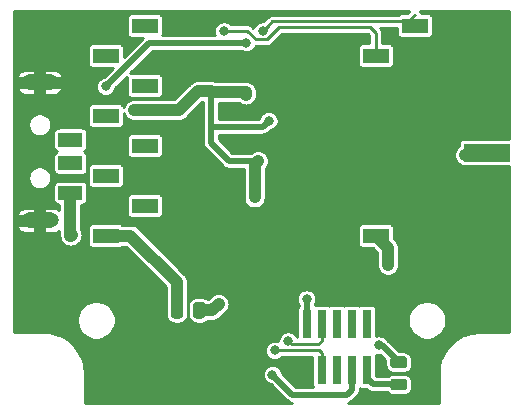
<source format=gbr>
G04 #@! TF.GenerationSoftware,KiCad,Pcbnew,5.1.5-52549c5~86~ubuntu16.04.1*
G04 #@! TF.CreationDate,2020-05-03T15:37:35+09:00*
G04 #@! TF.ProjectId,esp8266-cc2530,65737038-3236-4362-9d63-63323533302e,rev?*
G04 #@! TF.SameCoordinates,Original*
G04 #@! TF.FileFunction,Copper,L1,Top*
G04 #@! TF.FilePolarity,Positive*
%FSLAX46Y46*%
G04 Gerber Fmt 4.6, Leading zero omitted, Abs format (unit mm)*
G04 Created by KiCad (PCBNEW 5.1.5-52549c5~86~ubuntu16.04.1) date 2020-05-03 15:37:35*
%MOMM*%
%LPD*%
G04 APERTURE LIST*
%ADD10R,2.200000X1.270000*%
%ADD11O,3.200000X1.300000*%
%ADD12R,2.000000X1.200000*%
%ADD13R,4.000000X1.500000*%
%ADD14C,0.100000*%
%ADD15R,0.740000X2.400000*%
%ADD16C,0.800000*%
%ADD17C,0.500000*%
%ADD18C,0.250000*%
%ADD19C,1.000000*%
%ADD20C,0.254000*%
G04 APERTURE END LIST*
D10*
X95300000Y-45740000D03*
X95300000Y-40660000D03*
X95300000Y-35580000D03*
X92000000Y-48280000D03*
X92000000Y-43200000D03*
X92000000Y-38120000D03*
X69140000Y-48280000D03*
X69140000Y-43200000D03*
X69140000Y-38120000D03*
X72440000Y-45740000D03*
X72440000Y-40660000D03*
X72440000Y-35580000D03*
X92000000Y-33040000D03*
X95300000Y-30500000D03*
X69140000Y-33040000D03*
X72440000Y-30500000D03*
D11*
X63550000Y-35300000D03*
X63550000Y-47000000D03*
D12*
X66150000Y-37650000D03*
X66150000Y-40150000D03*
X66150000Y-42150000D03*
X66150000Y-44650000D03*
D13*
X101450000Y-38550000D03*
X101450000Y-43950000D03*
X101450000Y-41250000D03*
G04 #@! TA.AperFunction,SMDPad,CuDef*
D14*
G36*
X94430142Y-60388674D02*
G01*
X94453803Y-60392184D01*
X94477007Y-60397996D01*
X94499529Y-60406054D01*
X94521153Y-60416282D01*
X94541670Y-60428579D01*
X94560883Y-60442829D01*
X94578607Y-60458893D01*
X94594671Y-60476617D01*
X94608921Y-60495830D01*
X94621218Y-60516347D01*
X94631446Y-60537971D01*
X94639504Y-60560493D01*
X94645316Y-60583697D01*
X94648826Y-60607358D01*
X94650000Y-60631250D01*
X94650000Y-61118750D01*
X94648826Y-61142642D01*
X94645316Y-61166303D01*
X94639504Y-61189507D01*
X94631446Y-61212029D01*
X94621218Y-61233653D01*
X94608921Y-61254170D01*
X94594671Y-61273383D01*
X94578607Y-61291107D01*
X94560883Y-61307171D01*
X94541670Y-61321421D01*
X94521153Y-61333718D01*
X94499529Y-61343946D01*
X94477007Y-61352004D01*
X94453803Y-61357816D01*
X94430142Y-61361326D01*
X94406250Y-61362500D01*
X93493750Y-61362500D01*
X93469858Y-61361326D01*
X93446197Y-61357816D01*
X93422993Y-61352004D01*
X93400471Y-61343946D01*
X93378847Y-61333718D01*
X93358330Y-61321421D01*
X93339117Y-61307171D01*
X93321393Y-61291107D01*
X93305329Y-61273383D01*
X93291079Y-61254170D01*
X93278782Y-61233653D01*
X93268554Y-61212029D01*
X93260496Y-61189507D01*
X93254684Y-61166303D01*
X93251174Y-61142642D01*
X93250000Y-61118750D01*
X93250000Y-60631250D01*
X93251174Y-60607358D01*
X93254684Y-60583697D01*
X93260496Y-60560493D01*
X93268554Y-60537971D01*
X93278782Y-60516347D01*
X93291079Y-60495830D01*
X93305329Y-60476617D01*
X93321393Y-60458893D01*
X93339117Y-60442829D01*
X93358330Y-60428579D01*
X93378847Y-60416282D01*
X93400471Y-60406054D01*
X93422993Y-60397996D01*
X93446197Y-60392184D01*
X93469858Y-60388674D01*
X93493750Y-60387500D01*
X94406250Y-60387500D01*
X94430142Y-60388674D01*
G37*
G04 #@! TD.AperFunction*
G04 #@! TA.AperFunction,SMDPad,CuDef*
G36*
X94430142Y-58513674D02*
G01*
X94453803Y-58517184D01*
X94477007Y-58522996D01*
X94499529Y-58531054D01*
X94521153Y-58541282D01*
X94541670Y-58553579D01*
X94560883Y-58567829D01*
X94578607Y-58583893D01*
X94594671Y-58601617D01*
X94608921Y-58620830D01*
X94621218Y-58641347D01*
X94631446Y-58662971D01*
X94639504Y-58685493D01*
X94645316Y-58708697D01*
X94648826Y-58732358D01*
X94650000Y-58756250D01*
X94650000Y-59243750D01*
X94648826Y-59267642D01*
X94645316Y-59291303D01*
X94639504Y-59314507D01*
X94631446Y-59337029D01*
X94621218Y-59358653D01*
X94608921Y-59379170D01*
X94594671Y-59398383D01*
X94578607Y-59416107D01*
X94560883Y-59432171D01*
X94541670Y-59446421D01*
X94521153Y-59458718D01*
X94499529Y-59468946D01*
X94477007Y-59477004D01*
X94453803Y-59482816D01*
X94430142Y-59486326D01*
X94406250Y-59487500D01*
X93493750Y-59487500D01*
X93469858Y-59486326D01*
X93446197Y-59482816D01*
X93422993Y-59477004D01*
X93400471Y-59468946D01*
X93378847Y-59458718D01*
X93358330Y-59446421D01*
X93339117Y-59432171D01*
X93321393Y-59416107D01*
X93305329Y-59398383D01*
X93291079Y-59379170D01*
X93278782Y-59358653D01*
X93268554Y-59337029D01*
X93260496Y-59314507D01*
X93254684Y-59291303D01*
X93251174Y-59267642D01*
X93250000Y-59243750D01*
X93250000Y-58756250D01*
X93251174Y-58732358D01*
X93254684Y-58708697D01*
X93260496Y-58685493D01*
X93268554Y-58662971D01*
X93278782Y-58641347D01*
X93291079Y-58620830D01*
X93305329Y-58601617D01*
X93321393Y-58583893D01*
X93339117Y-58567829D01*
X93358330Y-58553579D01*
X93378847Y-58541282D01*
X93400471Y-58531054D01*
X93422993Y-58522996D01*
X93446197Y-58517184D01*
X93469858Y-58513674D01*
X93493750Y-58512500D01*
X94406250Y-58512500D01*
X94430142Y-58513674D01*
G37*
G04 #@! TD.AperFunction*
D15*
X91240000Y-55750000D03*
X91240000Y-59650000D03*
X89970000Y-55750000D03*
X89970000Y-59650000D03*
X88700000Y-55750000D03*
X88700000Y-59650000D03*
X87430000Y-55750000D03*
X87430000Y-59650000D03*
X86160000Y-55750000D03*
X86160000Y-59650000D03*
G04 #@! TA.AperFunction,SMDPad,CuDef*
D14*
G36*
X75442642Y-53901174D02*
G01*
X75466303Y-53904684D01*
X75489507Y-53910496D01*
X75512029Y-53918554D01*
X75533653Y-53928782D01*
X75554170Y-53941079D01*
X75573383Y-53955329D01*
X75591107Y-53971393D01*
X75607171Y-53989117D01*
X75621421Y-54008330D01*
X75633718Y-54028847D01*
X75643946Y-54050471D01*
X75652004Y-54072993D01*
X75657816Y-54096197D01*
X75661326Y-54119858D01*
X75662500Y-54143750D01*
X75662500Y-55056250D01*
X75661326Y-55080142D01*
X75657816Y-55103803D01*
X75652004Y-55127007D01*
X75643946Y-55149529D01*
X75633718Y-55171153D01*
X75621421Y-55191670D01*
X75607171Y-55210883D01*
X75591107Y-55228607D01*
X75573383Y-55244671D01*
X75554170Y-55258921D01*
X75533653Y-55271218D01*
X75512029Y-55281446D01*
X75489507Y-55289504D01*
X75466303Y-55295316D01*
X75442642Y-55298826D01*
X75418750Y-55300000D01*
X74931250Y-55300000D01*
X74907358Y-55298826D01*
X74883697Y-55295316D01*
X74860493Y-55289504D01*
X74837971Y-55281446D01*
X74816347Y-55271218D01*
X74795830Y-55258921D01*
X74776617Y-55244671D01*
X74758893Y-55228607D01*
X74742829Y-55210883D01*
X74728579Y-55191670D01*
X74716282Y-55171153D01*
X74706054Y-55149529D01*
X74697996Y-55127007D01*
X74692184Y-55103803D01*
X74688674Y-55080142D01*
X74687500Y-55056250D01*
X74687500Y-54143750D01*
X74688674Y-54119858D01*
X74692184Y-54096197D01*
X74697996Y-54072993D01*
X74706054Y-54050471D01*
X74716282Y-54028847D01*
X74728579Y-54008330D01*
X74742829Y-53989117D01*
X74758893Y-53971393D01*
X74776617Y-53955329D01*
X74795830Y-53941079D01*
X74816347Y-53928782D01*
X74837971Y-53918554D01*
X74860493Y-53910496D01*
X74883697Y-53904684D01*
X74907358Y-53901174D01*
X74931250Y-53900000D01*
X75418750Y-53900000D01*
X75442642Y-53901174D01*
G37*
G04 #@! TD.AperFunction*
G04 #@! TA.AperFunction,SMDPad,CuDef*
G36*
X77317642Y-53901174D02*
G01*
X77341303Y-53904684D01*
X77364507Y-53910496D01*
X77387029Y-53918554D01*
X77408653Y-53928782D01*
X77429170Y-53941079D01*
X77448383Y-53955329D01*
X77466107Y-53971393D01*
X77482171Y-53989117D01*
X77496421Y-54008330D01*
X77508718Y-54028847D01*
X77518946Y-54050471D01*
X77527004Y-54072993D01*
X77532816Y-54096197D01*
X77536326Y-54119858D01*
X77537500Y-54143750D01*
X77537500Y-55056250D01*
X77536326Y-55080142D01*
X77532816Y-55103803D01*
X77527004Y-55127007D01*
X77518946Y-55149529D01*
X77508718Y-55171153D01*
X77496421Y-55191670D01*
X77482171Y-55210883D01*
X77466107Y-55228607D01*
X77448383Y-55244671D01*
X77429170Y-55258921D01*
X77408653Y-55271218D01*
X77387029Y-55281446D01*
X77364507Y-55289504D01*
X77341303Y-55295316D01*
X77317642Y-55298826D01*
X77293750Y-55300000D01*
X76806250Y-55300000D01*
X76782358Y-55298826D01*
X76758697Y-55295316D01*
X76735493Y-55289504D01*
X76712971Y-55281446D01*
X76691347Y-55271218D01*
X76670830Y-55258921D01*
X76651617Y-55244671D01*
X76633893Y-55228607D01*
X76617829Y-55210883D01*
X76603579Y-55191670D01*
X76591282Y-55171153D01*
X76581054Y-55149529D01*
X76572996Y-55127007D01*
X76567184Y-55103803D01*
X76563674Y-55080142D01*
X76562500Y-55056250D01*
X76562500Y-54143750D01*
X76563674Y-54119858D01*
X76567184Y-54096197D01*
X76572996Y-54072993D01*
X76581054Y-54050471D01*
X76591282Y-54028847D01*
X76603579Y-54008330D01*
X76617829Y-53989117D01*
X76633893Y-53971393D01*
X76651617Y-53955329D01*
X76670830Y-53941079D01*
X76691347Y-53928782D01*
X76712971Y-53918554D01*
X76735493Y-53910496D01*
X76758697Y-53904684D01*
X76782358Y-53901174D01*
X76806250Y-53900000D01*
X77293750Y-53900000D01*
X77317642Y-53901174D01*
G37*
G04 #@! TD.AperFunction*
D16*
X99050000Y-39750000D03*
X98850000Y-43350000D03*
X70450000Y-36350000D03*
X66550000Y-35950000D03*
X82950000Y-38550000D03*
X81037500Y-36337500D03*
X82050000Y-41950000D03*
X81750000Y-45050000D03*
X78700000Y-54050000D03*
X86150000Y-53650000D03*
X92250000Y-57550010D03*
X73550000Y-37650034D03*
X71550000Y-37650000D03*
X88250000Y-42550000D03*
X89750000Y-42550000D03*
X91250000Y-42550000D03*
X92750000Y-42550000D03*
X94250000Y-42550000D03*
X94250000Y-39550000D03*
X92750000Y-39550000D03*
X92750000Y-38050000D03*
X91250000Y-38050000D03*
X86150000Y-37450000D03*
X87750000Y-43550000D03*
X89750000Y-38050000D03*
X78750000Y-52225000D03*
X81850000Y-49850000D03*
X86450000Y-44450000D03*
X92450000Y-45150000D03*
X99250000Y-46750000D03*
X97075000Y-41775000D03*
X77050000Y-38850000D03*
X77050000Y-38850000D03*
X77050000Y-41150000D03*
X87250000Y-31550000D03*
X88250000Y-32150000D03*
X84050000Y-36650004D03*
X72250000Y-44050000D03*
X79550000Y-40650000D03*
X79450000Y-38150000D03*
X82550000Y-32950000D03*
X73549998Y-33350000D03*
X81050000Y-31950000D03*
X69150000Y-35650000D03*
X83250000Y-60050000D03*
X84600000Y-57199994D03*
X83450000Y-58000000D03*
X82450000Y-30949990D03*
X79150000Y-30950000D03*
X99550000Y-41450000D03*
X66250000Y-48250000D03*
X93050000Y-50750000D03*
D17*
X80984315Y-36150000D02*
X79850000Y-36150000D01*
D18*
X80984315Y-36084315D02*
X80937500Y-36037500D01*
X80984315Y-36150000D02*
X80984315Y-36084315D01*
D19*
X78150000Y-54600000D02*
X78700000Y-54050000D01*
X77050000Y-54600000D02*
X78150000Y-54600000D01*
D17*
X86160000Y-53660000D02*
X86150000Y-53650000D01*
X86160000Y-55750000D02*
X86160000Y-53660000D01*
D18*
X78050000Y-36050000D02*
X78050000Y-36150000D01*
D17*
X78050000Y-37891996D02*
X78050000Y-36050000D01*
X79591998Y-41950000D02*
X78050000Y-40408002D01*
X82050000Y-41950000D02*
X79591998Y-41950000D01*
X78050000Y-39150000D02*
X78050000Y-37891996D01*
X78050000Y-40408002D02*
X78050000Y-39150000D01*
X78150000Y-39050000D02*
X78050000Y-39150000D01*
X82450000Y-39050000D02*
X78150000Y-39050000D01*
X82950000Y-38550000D02*
X82450000Y-39050000D01*
D19*
X75350000Y-37650000D02*
X73550000Y-37650000D01*
X76950000Y-36050000D02*
X75350000Y-37650000D01*
X78050000Y-36050000D02*
X76950000Y-36050000D01*
X81037500Y-36337500D02*
X81037500Y-36137500D01*
X80850000Y-36150000D02*
X81037500Y-36337500D01*
X78050000Y-36150000D02*
X80850000Y-36150000D01*
D17*
X92500010Y-57550010D02*
X92250000Y-57550010D01*
X93950000Y-59000000D02*
X92500010Y-57550010D01*
X81650000Y-44950000D02*
X81750000Y-45050000D01*
D19*
X73550000Y-37650000D02*
X73550000Y-37650034D01*
X73550000Y-37650000D02*
X71550000Y-37650000D01*
X81750000Y-42250000D02*
X82050000Y-41950000D01*
X81750000Y-45050000D02*
X81750000Y-42250000D01*
D17*
X91240000Y-59650000D02*
X91240000Y-60340000D01*
X91775000Y-60875000D02*
X93950000Y-60875000D01*
X91240000Y-60340000D02*
X91775000Y-60875000D01*
X89970000Y-59650000D02*
X89970000Y-61350000D01*
X89970000Y-61350000D02*
X89570000Y-61750000D01*
X84950000Y-61750000D02*
X83250000Y-60050000D01*
X89570000Y-61750000D02*
X84950000Y-61750000D01*
X72975002Y-31950000D02*
X76150000Y-31950000D01*
X76150000Y-31950000D02*
X81050000Y-31950000D01*
X72850000Y-31950000D02*
X72975002Y-31950000D01*
X69150000Y-35650000D02*
X72850000Y-31950000D01*
D18*
X87430000Y-55750000D02*
X87430000Y-57200000D01*
X87430000Y-57200000D02*
X87130000Y-57500000D01*
X87130000Y-57500000D02*
X84900000Y-57500000D01*
X84900000Y-57499994D02*
X84600000Y-57199994D01*
X84900000Y-57500000D02*
X84900000Y-57499994D01*
X84015685Y-58000000D02*
X83450000Y-58000000D01*
X87430000Y-59650000D02*
X87430000Y-58200000D01*
X87430000Y-58200000D02*
X87230000Y-58000000D01*
X87230000Y-58000000D02*
X84015685Y-58000000D01*
D19*
X75175000Y-53900000D02*
X75175000Y-54600000D01*
X75175000Y-52215000D02*
X75175000Y-53900000D01*
X71240000Y-48280000D02*
X75175000Y-52215000D01*
X69140000Y-48280000D02*
X71240000Y-48280000D01*
D18*
X82849999Y-30549991D02*
X82450000Y-30949990D01*
X83249990Y-30150000D02*
X82849999Y-30549991D01*
X94765000Y-30150000D02*
X83249990Y-30150000D01*
X95300000Y-29615000D02*
X94765000Y-30150000D01*
X92000000Y-31350000D02*
X92000000Y-33040000D01*
X91550000Y-30650000D02*
X92000000Y-31100000D01*
X92000000Y-31100000D02*
X92000000Y-33040000D01*
X83850000Y-30650000D02*
X91550000Y-30650000D01*
X79150000Y-30950000D02*
X81123002Y-30950000D01*
X81123002Y-30950000D02*
X81847993Y-31674991D01*
X81847993Y-31674991D02*
X82825009Y-31674991D01*
X82825009Y-31674991D02*
X83850000Y-30650000D01*
D19*
X101600000Y-41450000D02*
X100115685Y-41450000D01*
X100115685Y-41450000D02*
X99550000Y-41450000D01*
X101850000Y-41200000D02*
X101600000Y-41450000D01*
X92000000Y-48280000D02*
X92080000Y-48280000D01*
X66150000Y-44650000D02*
X66150000Y-48285002D01*
X66214998Y-48285002D02*
X66250000Y-48250000D01*
X66150000Y-48285002D02*
X66214998Y-48285002D01*
X93050000Y-49330000D02*
X92000000Y-48280000D01*
X93050000Y-50750000D02*
X93050000Y-49330000D01*
D20*
G36*
X94698421Y-29435934D02*
G01*
X94200000Y-29435934D01*
X94116293Y-29444178D01*
X94035804Y-29468595D01*
X93961624Y-29508245D01*
X93896605Y-29561605D01*
X93866736Y-29598000D01*
X83277098Y-29598000D01*
X83249990Y-29595330D01*
X83222881Y-29598000D01*
X83141779Y-29605988D01*
X83037727Y-29637552D01*
X82941832Y-29688809D01*
X82857779Y-29757789D01*
X82840498Y-29778846D01*
X82496356Y-30122990D01*
X82368548Y-30122990D01*
X82208773Y-30154772D01*
X82058269Y-30217113D01*
X81922819Y-30307618D01*
X81807628Y-30422809D01*
X81717123Y-30558259D01*
X81657016Y-30703370D01*
X81532502Y-30578856D01*
X81515213Y-30557789D01*
X81431160Y-30488809D01*
X81335265Y-30437552D01*
X81231213Y-30405988D01*
X81150111Y-30398000D01*
X81150108Y-30398000D01*
X81123002Y-30395330D01*
X81095896Y-30398000D01*
X79767553Y-30398000D01*
X79677181Y-30307628D01*
X79541731Y-30217123D01*
X79391227Y-30154782D01*
X79231452Y-30123000D01*
X79068548Y-30123000D01*
X78908773Y-30154782D01*
X78758269Y-30217123D01*
X78622819Y-30307628D01*
X78507628Y-30422819D01*
X78417123Y-30558269D01*
X78354782Y-30708773D01*
X78323000Y-30868548D01*
X78323000Y-31031452D01*
X78354782Y-31191227D01*
X78388654Y-31273000D01*
X73944352Y-31273000D01*
X73960822Y-31218707D01*
X73969066Y-31135000D01*
X73969066Y-29865000D01*
X73960822Y-29781293D01*
X73936405Y-29700804D01*
X73896755Y-29626624D01*
X73843395Y-29561605D01*
X73778376Y-29508245D01*
X73704196Y-29468595D01*
X73623707Y-29444178D01*
X73540000Y-29435934D01*
X71340000Y-29435934D01*
X71256293Y-29444178D01*
X71175804Y-29468595D01*
X71101624Y-29508245D01*
X71036605Y-29561605D01*
X70983245Y-29626624D01*
X70943595Y-29700804D01*
X70919178Y-29781293D01*
X70910934Y-29865000D01*
X70910934Y-31135000D01*
X70919178Y-31218707D01*
X70943595Y-31299196D01*
X70983245Y-31373376D01*
X71036605Y-31438395D01*
X71101624Y-31491755D01*
X71175804Y-31531405D01*
X71256293Y-31555822D01*
X71340000Y-31564066D01*
X72278512Y-31564066D01*
X70669066Y-33173512D01*
X70669066Y-32405000D01*
X70660822Y-32321293D01*
X70636405Y-32240804D01*
X70596755Y-32166624D01*
X70543395Y-32101605D01*
X70478376Y-32048245D01*
X70404196Y-32008595D01*
X70323707Y-31984178D01*
X70240000Y-31975934D01*
X68040000Y-31975934D01*
X67956293Y-31984178D01*
X67875804Y-32008595D01*
X67801624Y-32048245D01*
X67736605Y-32101605D01*
X67683245Y-32166624D01*
X67643595Y-32240804D01*
X67619178Y-32321293D01*
X67610934Y-32405000D01*
X67610934Y-33675000D01*
X67619178Y-33758707D01*
X67643595Y-33839196D01*
X67683245Y-33913376D01*
X67736605Y-33978395D01*
X67801624Y-34031755D01*
X67875804Y-34071405D01*
X67956293Y-34095822D01*
X68040000Y-34104066D01*
X69738512Y-34104066D01*
X69007418Y-34835160D01*
X68908773Y-34854782D01*
X68758269Y-34917123D01*
X68622819Y-35007628D01*
X68507628Y-35122819D01*
X68417123Y-35258269D01*
X68354782Y-35408773D01*
X68323000Y-35568548D01*
X68323000Y-35731452D01*
X68354782Y-35891227D01*
X68417123Y-36041731D01*
X68507628Y-36177181D01*
X68622819Y-36292372D01*
X68758269Y-36382877D01*
X68908773Y-36445218D01*
X69068548Y-36477000D01*
X69231452Y-36477000D01*
X69391227Y-36445218D01*
X69541731Y-36382877D01*
X69677181Y-36292372D01*
X69792372Y-36177181D01*
X69882877Y-36041731D01*
X69945218Y-35891227D01*
X69964840Y-35792582D01*
X70929215Y-34828207D01*
X70919178Y-34861293D01*
X70910934Y-34945000D01*
X70910934Y-36215000D01*
X70919178Y-36298707D01*
X70943595Y-36379196D01*
X70983245Y-36453376D01*
X71036605Y-36518395D01*
X71101624Y-36571755D01*
X71175804Y-36611405D01*
X71256293Y-36635822D01*
X71340000Y-36644066D01*
X73540000Y-36644066D01*
X73623707Y-36635822D01*
X73704196Y-36611405D01*
X73778376Y-36571755D01*
X73843395Y-36518395D01*
X73896755Y-36453376D01*
X73936405Y-36379196D01*
X73960822Y-36298707D01*
X73969066Y-36215000D01*
X73969066Y-34945000D01*
X73960822Y-34861293D01*
X73936405Y-34780804D01*
X73896755Y-34706624D01*
X73843395Y-34641605D01*
X73778376Y-34588245D01*
X73704196Y-34548595D01*
X73623707Y-34524178D01*
X73540000Y-34515934D01*
X71340000Y-34515934D01*
X71256293Y-34524178D01*
X71223207Y-34534215D01*
X73130422Y-32627000D01*
X80574643Y-32627000D01*
X80658269Y-32682877D01*
X80808773Y-32745218D01*
X80968548Y-32777000D01*
X81131452Y-32777000D01*
X81291227Y-32745218D01*
X81441731Y-32682877D01*
X81577181Y-32592372D01*
X81692372Y-32477181D01*
X81782877Y-32341731D01*
X81830031Y-32227892D01*
X81847992Y-32229661D01*
X81875098Y-32226991D01*
X82797903Y-32226991D01*
X82825009Y-32229661D01*
X82852115Y-32226991D01*
X82852118Y-32226991D01*
X82933220Y-32219003D01*
X83037272Y-32187439D01*
X83133167Y-32136182D01*
X83217220Y-32067202D01*
X83234509Y-32046135D01*
X84078646Y-31202000D01*
X91321355Y-31202000D01*
X91448000Y-31328645D01*
X91448000Y-31975934D01*
X90900000Y-31975934D01*
X90816293Y-31984178D01*
X90735804Y-32008595D01*
X90661624Y-32048245D01*
X90596605Y-32101605D01*
X90543245Y-32166624D01*
X90503595Y-32240804D01*
X90479178Y-32321293D01*
X90470934Y-32405000D01*
X90470934Y-33675000D01*
X90479178Y-33758707D01*
X90503595Y-33839196D01*
X90543245Y-33913376D01*
X90596605Y-33978395D01*
X90661624Y-34031755D01*
X90735804Y-34071405D01*
X90816293Y-34095822D01*
X90900000Y-34104066D01*
X93100000Y-34104066D01*
X93183707Y-34095822D01*
X93264196Y-34071405D01*
X93338376Y-34031755D01*
X93403395Y-33978395D01*
X93456755Y-33913376D01*
X93496405Y-33839196D01*
X93520822Y-33758707D01*
X93529066Y-33675000D01*
X93529066Y-32405000D01*
X93520822Y-32321293D01*
X93496405Y-32240804D01*
X93456755Y-32166624D01*
X93403395Y-32101605D01*
X93338376Y-32048245D01*
X93264196Y-32008595D01*
X93183707Y-31984178D01*
X93100000Y-31975934D01*
X92552000Y-31975934D01*
X92552000Y-31127105D01*
X92554670Y-31099999D01*
X92552000Y-31072891D01*
X92544012Y-30991789D01*
X92512448Y-30887737D01*
X92461191Y-30791842D01*
X92392211Y-30707789D01*
X92385157Y-30702000D01*
X93770934Y-30702000D01*
X93770934Y-31135000D01*
X93779178Y-31218707D01*
X93803595Y-31299196D01*
X93843245Y-31373376D01*
X93896605Y-31438395D01*
X93961624Y-31491755D01*
X94035804Y-31531405D01*
X94116293Y-31555822D01*
X94200000Y-31564066D01*
X96400000Y-31564066D01*
X96483707Y-31555822D01*
X96564196Y-31531405D01*
X96638376Y-31491755D01*
X96703395Y-31438395D01*
X96756755Y-31373376D01*
X96796405Y-31299196D01*
X96820822Y-31218707D01*
X96829066Y-31135000D01*
X96829066Y-29865000D01*
X96820822Y-29781293D01*
X96796405Y-29700804D01*
X96756755Y-29626624D01*
X96703395Y-29561605D01*
X96638376Y-29508245D01*
X96564196Y-29468595D01*
X96483707Y-29444178D01*
X96400000Y-29435934D01*
X95822517Y-29435934D01*
X95812447Y-29402738D01*
X95761191Y-29306843D01*
X95736699Y-29277000D01*
X103323001Y-29277000D01*
X103323001Y-40070934D01*
X99450000Y-40070934D01*
X99366293Y-40079178D01*
X99285804Y-40103595D01*
X99211624Y-40143245D01*
X99146605Y-40196605D01*
X99093245Y-40261624D01*
X99053595Y-40335804D01*
X99029178Y-40416293D01*
X99020934Y-40500000D01*
X99020934Y-40684987D01*
X98891341Y-40791341D01*
X98775499Y-40932495D01*
X98689420Y-41093536D01*
X98636413Y-41268276D01*
X98618515Y-41450000D01*
X98636413Y-41631724D01*
X98689420Y-41806464D01*
X98775499Y-41967505D01*
X98891341Y-42108659D01*
X99032495Y-42224501D01*
X99120434Y-42271506D01*
X99146605Y-42303395D01*
X99211624Y-42356755D01*
X99285804Y-42396405D01*
X99366293Y-42420822D01*
X99450000Y-42429066D01*
X103323000Y-42429066D01*
X103323000Y-56423000D01*
X100824119Y-56423000D01*
X100800027Y-56425373D01*
X100781292Y-56425242D01*
X100773969Y-56425960D01*
X100191680Y-56487161D01*
X100144940Y-56496756D01*
X100097972Y-56505715D01*
X100090928Y-56507842D01*
X99531614Y-56680979D01*
X99487610Y-56699477D01*
X99443296Y-56717381D01*
X99436799Y-56720836D01*
X98921768Y-56999312D01*
X98882217Y-57025989D01*
X98842200Y-57052176D01*
X98836498Y-57056827D01*
X98385365Y-57430037D01*
X98351715Y-57463923D01*
X98317583Y-57497347D01*
X98312893Y-57503017D01*
X97942840Y-57956745D01*
X97916420Y-57996511D01*
X97889422Y-58035941D01*
X97885923Y-58042414D01*
X97611048Y-58559378D01*
X97592850Y-58603532D01*
X97574030Y-58647441D01*
X97571854Y-58654470D01*
X97402628Y-59214978D01*
X97393360Y-59261783D01*
X97383419Y-59308553D01*
X97382650Y-59315871D01*
X97325515Y-59898573D01*
X97325515Y-59898594D01*
X97323001Y-59924119D01*
X97323000Y-62423000D01*
X89643866Y-62423000D01*
X89702715Y-62417204D01*
X89830330Y-62378492D01*
X89947941Y-62315628D01*
X90051027Y-62231027D01*
X90072227Y-62205195D01*
X90425191Y-61852231D01*
X90451027Y-61831027D01*
X90535628Y-61727941D01*
X90598492Y-61610330D01*
X90637204Y-61482715D01*
X90647000Y-61383252D01*
X90647000Y-61383243D01*
X90650274Y-61350001D01*
X90647000Y-61316759D01*
X90647000Y-61214974D01*
X90705804Y-61246405D01*
X90786293Y-61270822D01*
X90870000Y-61279066D01*
X91221644Y-61279066D01*
X91272774Y-61330196D01*
X91293973Y-61356027D01*
X91397059Y-61440628D01*
X91514670Y-61503492D01*
X91642285Y-61542204D01*
X91741748Y-61552000D01*
X91741757Y-61552000D01*
X91774999Y-61555274D01*
X91808241Y-61552000D01*
X92983116Y-61552000D01*
X93017997Y-61594503D01*
X93119953Y-61678176D01*
X93236274Y-61740351D01*
X93362490Y-61778638D01*
X93493750Y-61791566D01*
X94406250Y-61791566D01*
X94537510Y-61778638D01*
X94663726Y-61740351D01*
X94780047Y-61678176D01*
X94882003Y-61594503D01*
X94965676Y-61492547D01*
X95027851Y-61376226D01*
X95066138Y-61250010D01*
X95079066Y-61118750D01*
X95079066Y-60631250D01*
X95066138Y-60499990D01*
X95027851Y-60373774D01*
X94965676Y-60257453D01*
X94882003Y-60155497D01*
X94780047Y-60071824D01*
X94663726Y-60009649D01*
X94537510Y-59971362D01*
X94406250Y-59958434D01*
X93493750Y-59958434D01*
X93362490Y-59971362D01*
X93236274Y-60009649D01*
X93119953Y-60071824D01*
X93017997Y-60155497D01*
X92983116Y-60198000D01*
X92055422Y-60198000D01*
X92039066Y-60181644D01*
X92039066Y-58450000D01*
X92030822Y-58366293D01*
X92025437Y-58348543D01*
X92168548Y-58377010D01*
X92331452Y-58377010D01*
X92363260Y-58370683D01*
X92820934Y-58828357D01*
X92820934Y-59243750D01*
X92833862Y-59375010D01*
X92872149Y-59501226D01*
X92934324Y-59617547D01*
X93017997Y-59719503D01*
X93119953Y-59803176D01*
X93236274Y-59865351D01*
X93362490Y-59903638D01*
X93493750Y-59916566D01*
X94406250Y-59916566D01*
X94537510Y-59903638D01*
X94663726Y-59865351D01*
X94780047Y-59803176D01*
X94882003Y-59719503D01*
X94965676Y-59617547D01*
X95027851Y-59501226D01*
X95066138Y-59375010D01*
X95079066Y-59243750D01*
X95079066Y-58756250D01*
X95066138Y-58624990D01*
X95027851Y-58498774D01*
X94965676Y-58382453D01*
X94882003Y-58280497D01*
X94780047Y-58196824D01*
X94663726Y-58134649D01*
X94537510Y-58096362D01*
X94406250Y-58083434D01*
X93990857Y-58083434D01*
X93002236Y-57094814D01*
X92981037Y-57068983D01*
X92877951Y-56984382D01*
X92826337Y-56956794D01*
X92777181Y-56907638D01*
X92641731Y-56817133D01*
X92491227Y-56754792D01*
X92331452Y-56723010D01*
X92168548Y-56723010D01*
X92039066Y-56748766D01*
X92039066Y-55288566D01*
X94710931Y-55288566D01*
X94710931Y-55611434D01*
X94773919Y-55928099D01*
X94897476Y-56226390D01*
X95076852Y-56494846D01*
X95305154Y-56723148D01*
X95573610Y-56902524D01*
X95871901Y-57026081D01*
X96188566Y-57089069D01*
X96511434Y-57089069D01*
X96828099Y-57026081D01*
X97126390Y-56902524D01*
X97394846Y-56723148D01*
X97623148Y-56494846D01*
X97802524Y-56226390D01*
X97926081Y-55928099D01*
X97989069Y-55611434D01*
X97989069Y-55288566D01*
X97926081Y-54971901D01*
X97802524Y-54673610D01*
X97623148Y-54405154D01*
X97394846Y-54176852D01*
X97126390Y-53997476D01*
X96828099Y-53873919D01*
X96511434Y-53810931D01*
X96188566Y-53810931D01*
X95871901Y-53873919D01*
X95573610Y-53997476D01*
X95305154Y-54176852D01*
X95076852Y-54405154D01*
X94897476Y-54673610D01*
X94773919Y-54971901D01*
X94710931Y-55288566D01*
X92039066Y-55288566D01*
X92039066Y-54550000D01*
X92030822Y-54466293D01*
X92006405Y-54385804D01*
X91966755Y-54311624D01*
X91913395Y-54246605D01*
X91848376Y-54193245D01*
X91774196Y-54153595D01*
X91693707Y-54129178D01*
X91610000Y-54120934D01*
X90870000Y-54120934D01*
X90786293Y-54129178D01*
X90705804Y-54153595D01*
X90631624Y-54193245D01*
X90605000Y-54215095D01*
X90578376Y-54193245D01*
X90504196Y-54153595D01*
X90423707Y-54129178D01*
X90340000Y-54120934D01*
X89600000Y-54120934D01*
X89516293Y-54129178D01*
X89435804Y-54153595D01*
X89361624Y-54193245D01*
X89335000Y-54215095D01*
X89308376Y-54193245D01*
X89234196Y-54153595D01*
X89153707Y-54129178D01*
X89070000Y-54120934D01*
X88330000Y-54120934D01*
X88246293Y-54129178D01*
X88165804Y-54153595D01*
X88091624Y-54193245D01*
X88065000Y-54215095D01*
X88038376Y-54193245D01*
X87964196Y-54153595D01*
X87883707Y-54129178D01*
X87800000Y-54120934D01*
X87060000Y-54120934D01*
X86976293Y-54129178D01*
X86895804Y-54153595D01*
X86837000Y-54185026D01*
X86837000Y-54110391D01*
X86882877Y-54041731D01*
X86945218Y-53891227D01*
X86977000Y-53731452D01*
X86977000Y-53568548D01*
X86945218Y-53408773D01*
X86882877Y-53258269D01*
X86792372Y-53122819D01*
X86677181Y-53007628D01*
X86541731Y-52917123D01*
X86391227Y-52854782D01*
X86231452Y-52823000D01*
X86068548Y-52823000D01*
X85908773Y-52854782D01*
X85758269Y-52917123D01*
X85622819Y-53007628D01*
X85507628Y-53122819D01*
X85417123Y-53258269D01*
X85354782Y-53408773D01*
X85323000Y-53568548D01*
X85323000Y-53731452D01*
X85354782Y-53891227D01*
X85417123Y-54041731D01*
X85483001Y-54140324D01*
X85483001Y-54250997D01*
X85433245Y-54311624D01*
X85393595Y-54385804D01*
X85369178Y-54466293D01*
X85360934Y-54550000D01*
X85360934Y-56875998D01*
X85332877Y-56808263D01*
X85242372Y-56672813D01*
X85127181Y-56557622D01*
X84991731Y-56467117D01*
X84841227Y-56404776D01*
X84681452Y-56372994D01*
X84518548Y-56372994D01*
X84358773Y-56404776D01*
X84208269Y-56467117D01*
X84072819Y-56557622D01*
X83957628Y-56672813D01*
X83867123Y-56808263D01*
X83804782Y-56958767D01*
X83773000Y-57118542D01*
X83773000Y-57238654D01*
X83691227Y-57204782D01*
X83531452Y-57173000D01*
X83368548Y-57173000D01*
X83208773Y-57204782D01*
X83058269Y-57267123D01*
X82922819Y-57357628D01*
X82807628Y-57472819D01*
X82717123Y-57608269D01*
X82654782Y-57758773D01*
X82623000Y-57918548D01*
X82623000Y-58081452D01*
X82654782Y-58241227D01*
X82717123Y-58391731D01*
X82807628Y-58527181D01*
X82922819Y-58642372D01*
X83058269Y-58732877D01*
X83208773Y-58795218D01*
X83368548Y-58827000D01*
X83531452Y-58827000D01*
X83691227Y-58795218D01*
X83841731Y-58732877D01*
X83977181Y-58642372D01*
X84067553Y-58552000D01*
X86630934Y-58552000D01*
X86630934Y-60850000D01*
X86639178Y-60933707D01*
X86663595Y-61014196D01*
X86695026Y-61073000D01*
X85230422Y-61073000D01*
X84064840Y-59907418D01*
X84045218Y-59808773D01*
X83982877Y-59658269D01*
X83892372Y-59522819D01*
X83777181Y-59407628D01*
X83641731Y-59317123D01*
X83491227Y-59254782D01*
X83331452Y-59223000D01*
X83168548Y-59223000D01*
X83008773Y-59254782D01*
X82858269Y-59317123D01*
X82722819Y-59407628D01*
X82607628Y-59522819D01*
X82517123Y-59658269D01*
X82454782Y-59808773D01*
X82423000Y-59968548D01*
X82423000Y-60131452D01*
X82454782Y-60291227D01*
X82517123Y-60441731D01*
X82607628Y-60577181D01*
X82722819Y-60692372D01*
X82858269Y-60782877D01*
X83008773Y-60845218D01*
X83107418Y-60864840D01*
X84447774Y-62205196D01*
X84468973Y-62231027D01*
X84572059Y-62315628D01*
X84689670Y-62378492D01*
X84817285Y-62417204D01*
X84876134Y-62423000D01*
X67377000Y-62423000D01*
X67377000Y-59924119D01*
X67374627Y-59900027D01*
X67374758Y-59881292D01*
X67374040Y-59873969D01*
X67312839Y-59291680D01*
X67303244Y-59244940D01*
X67294285Y-59197972D01*
X67292158Y-59190928D01*
X67119021Y-58631614D01*
X67100523Y-58587610D01*
X67082619Y-58543296D01*
X67079164Y-58536799D01*
X66800688Y-58021768D01*
X66774011Y-57982217D01*
X66747824Y-57942200D01*
X66743173Y-57936498D01*
X66369963Y-57485365D01*
X66336077Y-57451715D01*
X66302653Y-57417583D01*
X66296983Y-57412893D01*
X65843255Y-57042840D01*
X65803489Y-57016420D01*
X65764059Y-56989422D01*
X65757586Y-56985923D01*
X65240622Y-56711048D01*
X65196468Y-56692850D01*
X65152559Y-56674030D01*
X65145530Y-56671854D01*
X64585022Y-56502628D01*
X64538217Y-56493360D01*
X64491447Y-56483419D01*
X64484129Y-56482650D01*
X63901427Y-56425515D01*
X63901417Y-56425515D01*
X63875881Y-56423000D01*
X61377000Y-56423000D01*
X61377000Y-55288566D01*
X66710931Y-55288566D01*
X66710931Y-55611434D01*
X66773919Y-55928099D01*
X66897476Y-56226390D01*
X67076852Y-56494846D01*
X67305154Y-56723148D01*
X67573610Y-56902524D01*
X67871901Y-57026081D01*
X68188566Y-57089069D01*
X68511434Y-57089069D01*
X68828099Y-57026081D01*
X69126390Y-56902524D01*
X69394846Y-56723148D01*
X69623148Y-56494846D01*
X69802524Y-56226390D01*
X69926081Y-55928099D01*
X69989069Y-55611434D01*
X69989069Y-55288566D01*
X69926081Y-54971901D01*
X69802524Y-54673610D01*
X69623148Y-54405154D01*
X69394846Y-54176852D01*
X69126390Y-53997476D01*
X68828099Y-53873919D01*
X68511434Y-53810931D01*
X68188566Y-53810931D01*
X67871901Y-53873919D01*
X67573610Y-53997476D01*
X67305154Y-54176852D01*
X67076852Y-54405154D01*
X66897476Y-54673610D01*
X66773919Y-54971901D01*
X66710931Y-55288566D01*
X61377000Y-55288566D01*
X61377000Y-47526461D01*
X61660443Y-47526461D01*
X61691513Y-47688265D01*
X61843243Y-47852277D01*
X62024055Y-47983537D01*
X62227000Y-48077000D01*
X63177000Y-48077000D01*
X63177000Y-47373000D01*
X61704313Y-47373000D01*
X61660443Y-47526461D01*
X61377000Y-47526461D01*
X61377000Y-46473539D01*
X61660443Y-46473539D01*
X61704313Y-46627000D01*
X63177000Y-46627000D01*
X63177000Y-45923000D01*
X63923000Y-45923000D01*
X63923000Y-46627000D01*
X63943000Y-46627000D01*
X63943000Y-47373000D01*
X63923000Y-47373000D01*
X63923000Y-48077000D01*
X64873000Y-48077000D01*
X65075945Y-47983537D01*
X65223001Y-47876782D01*
X65223001Y-48239454D01*
X65218515Y-48285002D01*
X65236413Y-48466726D01*
X65289420Y-48641466D01*
X65375499Y-48802507D01*
X65491341Y-48943661D01*
X65632495Y-49059503D01*
X65793536Y-49145582D01*
X65968276Y-49198589D01*
X66104462Y-49212002D01*
X66104463Y-49212002D01*
X66150000Y-49216487D01*
X66182504Y-49213286D01*
X66214998Y-49216486D01*
X66260525Y-49212002D01*
X66260536Y-49212002D01*
X66396722Y-49198589D01*
X66571462Y-49145582D01*
X66732503Y-49059503D01*
X66873657Y-48943661D01*
X66902686Y-48908289D01*
X66937688Y-48873287D01*
X67024501Y-48767505D01*
X67110579Y-48606464D01*
X67163585Y-48431723D01*
X67181484Y-48250001D01*
X67163585Y-48068277D01*
X67110579Y-47893537D01*
X67077000Y-47830715D01*
X67077000Y-47645000D01*
X67610934Y-47645000D01*
X67610934Y-48915000D01*
X67619178Y-48998707D01*
X67643595Y-49079196D01*
X67683245Y-49153376D01*
X67736605Y-49218395D01*
X67801624Y-49271755D01*
X67875804Y-49311405D01*
X67956293Y-49335822D01*
X68040000Y-49344066D01*
X70240000Y-49344066D01*
X70323707Y-49335822D01*
X70404196Y-49311405D01*
X70478376Y-49271755D01*
X70543395Y-49218395D01*
X70552747Y-49207000D01*
X70856025Y-49207000D01*
X74248000Y-52598976D01*
X74248001Y-53854453D01*
X74248000Y-53854463D01*
X74248000Y-54645538D01*
X74258434Y-54751477D01*
X74258434Y-55056250D01*
X74271362Y-55187510D01*
X74309649Y-55313726D01*
X74371824Y-55430047D01*
X74455497Y-55532003D01*
X74557453Y-55615676D01*
X74673774Y-55677851D01*
X74799990Y-55716138D01*
X74931250Y-55729066D01*
X75418750Y-55729066D01*
X75550010Y-55716138D01*
X75676226Y-55677851D01*
X75792547Y-55615676D01*
X75894503Y-55532003D01*
X75978176Y-55430047D01*
X76040351Y-55313726D01*
X76078638Y-55187510D01*
X76091566Y-55056250D01*
X76091566Y-54751477D01*
X76102000Y-54645538D01*
X76102000Y-54600000D01*
X76118515Y-54600000D01*
X76133434Y-54751477D01*
X76133434Y-55056250D01*
X76146362Y-55187510D01*
X76184649Y-55313726D01*
X76246824Y-55430047D01*
X76330497Y-55532003D01*
X76432453Y-55615676D01*
X76548774Y-55677851D01*
X76674990Y-55716138D01*
X76806250Y-55729066D01*
X77293750Y-55729066D01*
X77425010Y-55716138D01*
X77551226Y-55677851D01*
X77667547Y-55615676D01*
X77769503Y-55532003D01*
X77773609Y-55527000D01*
X78104473Y-55527000D01*
X78150000Y-55531484D01*
X78195527Y-55527000D01*
X78195538Y-55527000D01*
X78331724Y-55513587D01*
X78506464Y-55460580D01*
X78667505Y-55374501D01*
X78808659Y-55258659D01*
X78837688Y-55223287D01*
X79387687Y-54673288D01*
X79474501Y-54567506D01*
X79560579Y-54406465D01*
X79613585Y-54231724D01*
X79631484Y-54050001D01*
X79613585Y-53868277D01*
X79560579Y-53693537D01*
X79474501Y-53532496D01*
X79358659Y-53391341D01*
X79217504Y-53275499D01*
X79056463Y-53189421D01*
X78881723Y-53136415D01*
X78699999Y-53118516D01*
X78518276Y-53136415D01*
X78343535Y-53189421D01*
X78182494Y-53275499D01*
X78076712Y-53362313D01*
X77770190Y-53668835D01*
X77769503Y-53667997D01*
X77667547Y-53584324D01*
X77551226Y-53522149D01*
X77425010Y-53483862D01*
X77293750Y-53470934D01*
X76806250Y-53470934D01*
X76674990Y-53483862D01*
X76548774Y-53522149D01*
X76432453Y-53584324D01*
X76330497Y-53667997D01*
X76246824Y-53769953D01*
X76184649Y-53886274D01*
X76146362Y-54012490D01*
X76133434Y-54143750D01*
X76133434Y-54448523D01*
X76118515Y-54600000D01*
X76102000Y-54600000D01*
X76102000Y-52260524D01*
X76106484Y-52214999D01*
X76102000Y-52169474D01*
X76102000Y-52169462D01*
X76088587Y-52033276D01*
X76035580Y-51858536D01*
X75949502Y-51697496D01*
X75949501Y-51697494D01*
X75862687Y-51591711D01*
X75862684Y-51591708D01*
X75833659Y-51556341D01*
X75798293Y-51527318D01*
X71927688Y-47656713D01*
X71918076Y-47645000D01*
X90470934Y-47645000D01*
X90470934Y-48915000D01*
X90479178Y-48998707D01*
X90503595Y-49079196D01*
X90543245Y-49153376D01*
X90596605Y-49218395D01*
X90661624Y-49271755D01*
X90735804Y-49311405D01*
X90816293Y-49335822D01*
X90900000Y-49344066D01*
X91753091Y-49344066D01*
X92123001Y-49713976D01*
X92123000Y-50795537D01*
X92136413Y-50931723D01*
X92189420Y-51106463D01*
X92275499Y-51267504D01*
X92391341Y-51408659D01*
X92532495Y-51524501D01*
X92693536Y-51610580D01*
X92868276Y-51663587D01*
X93050000Y-51681485D01*
X93231723Y-51663587D01*
X93406463Y-51610580D01*
X93567504Y-51524501D01*
X93708659Y-51408659D01*
X93824501Y-51267505D01*
X93910580Y-51106464D01*
X93963587Y-50931724D01*
X93977000Y-50795538D01*
X93977000Y-49375526D01*
X93981484Y-49329999D01*
X93977000Y-49284472D01*
X93977000Y-49284462D01*
X93963587Y-49148276D01*
X93910580Y-48973536D01*
X93856995Y-48873287D01*
X93824501Y-48812494D01*
X93737688Y-48706712D01*
X93737684Y-48706708D01*
X93708659Y-48671341D01*
X93673292Y-48642316D01*
X93529066Y-48498090D01*
X93529066Y-47645000D01*
X93520822Y-47561293D01*
X93496405Y-47480804D01*
X93456755Y-47406624D01*
X93403395Y-47341605D01*
X93338376Y-47288245D01*
X93264196Y-47248595D01*
X93183707Y-47224178D01*
X93100000Y-47215934D01*
X90900000Y-47215934D01*
X90816293Y-47224178D01*
X90735804Y-47248595D01*
X90661624Y-47288245D01*
X90596605Y-47341605D01*
X90543245Y-47406624D01*
X90503595Y-47480804D01*
X90479178Y-47561293D01*
X90470934Y-47645000D01*
X71918076Y-47645000D01*
X71898659Y-47621341D01*
X71757505Y-47505499D01*
X71596464Y-47419420D01*
X71421724Y-47366413D01*
X71285538Y-47353000D01*
X71285527Y-47353000D01*
X71240000Y-47348516D01*
X71194473Y-47353000D01*
X70552747Y-47353000D01*
X70543395Y-47341605D01*
X70478376Y-47288245D01*
X70404196Y-47248595D01*
X70323707Y-47224178D01*
X70240000Y-47215934D01*
X68040000Y-47215934D01*
X67956293Y-47224178D01*
X67875804Y-47248595D01*
X67801624Y-47288245D01*
X67736605Y-47341605D01*
X67683245Y-47406624D01*
X67643595Y-47480804D01*
X67619178Y-47561293D01*
X67610934Y-47645000D01*
X67077000Y-47645000D01*
X67077000Y-45679066D01*
X67150000Y-45679066D01*
X67233707Y-45670822D01*
X67314196Y-45646405D01*
X67388376Y-45606755D01*
X67453395Y-45553395D01*
X67506755Y-45488376D01*
X67546405Y-45414196D01*
X67570822Y-45333707D01*
X67579066Y-45250000D01*
X67579066Y-45105000D01*
X70910934Y-45105000D01*
X70910934Y-46375000D01*
X70919178Y-46458707D01*
X70943595Y-46539196D01*
X70983245Y-46613376D01*
X71036605Y-46678395D01*
X71101624Y-46731755D01*
X71175804Y-46771405D01*
X71256293Y-46795822D01*
X71340000Y-46804066D01*
X73540000Y-46804066D01*
X73623707Y-46795822D01*
X73704196Y-46771405D01*
X73778376Y-46731755D01*
X73843395Y-46678395D01*
X73896755Y-46613376D01*
X73936405Y-46539196D01*
X73960822Y-46458707D01*
X73969066Y-46375000D01*
X73969066Y-45105000D01*
X73960822Y-45021293D01*
X73936405Y-44940804D01*
X73896755Y-44866624D01*
X73843395Y-44801605D01*
X73778376Y-44748245D01*
X73704196Y-44708595D01*
X73623707Y-44684178D01*
X73540000Y-44675934D01*
X71340000Y-44675934D01*
X71256293Y-44684178D01*
X71175804Y-44708595D01*
X71101624Y-44748245D01*
X71036605Y-44801605D01*
X70983245Y-44866624D01*
X70943595Y-44940804D01*
X70919178Y-45021293D01*
X70910934Y-45105000D01*
X67579066Y-45105000D01*
X67579066Y-44050000D01*
X67570822Y-43966293D01*
X67546405Y-43885804D01*
X67506755Y-43811624D01*
X67453395Y-43746605D01*
X67388376Y-43693245D01*
X67314196Y-43653595D01*
X67233707Y-43629178D01*
X67150000Y-43620934D01*
X65150000Y-43620934D01*
X65066293Y-43629178D01*
X64985804Y-43653595D01*
X64911624Y-43693245D01*
X64846605Y-43746605D01*
X64793245Y-43811624D01*
X64753595Y-43885804D01*
X64729178Y-43966293D01*
X64720934Y-44050000D01*
X64720934Y-45250000D01*
X64729178Y-45333707D01*
X64753595Y-45414196D01*
X64793245Y-45488376D01*
X64846605Y-45553395D01*
X64911624Y-45606755D01*
X64985804Y-45646405D01*
X65066293Y-45670822D01*
X65150000Y-45679066D01*
X65223000Y-45679066D01*
X65223000Y-46123217D01*
X65075945Y-46016463D01*
X64873000Y-45923000D01*
X63923000Y-45923000D01*
X63177000Y-45923000D01*
X62227000Y-45923000D01*
X62024055Y-46016463D01*
X61843243Y-46147723D01*
X61691513Y-46311735D01*
X61660443Y-46473539D01*
X61377000Y-46473539D01*
X61377000Y-43303774D01*
X62573000Y-43303774D01*
X62573000Y-43496226D01*
X62610546Y-43684980D01*
X62684194Y-43862783D01*
X62791115Y-44022801D01*
X62927199Y-44158885D01*
X63087217Y-44265806D01*
X63265020Y-44339454D01*
X63453774Y-44377000D01*
X63646226Y-44377000D01*
X63834980Y-44339454D01*
X64012783Y-44265806D01*
X64172801Y-44158885D01*
X64308885Y-44022801D01*
X64415806Y-43862783D01*
X64489454Y-43684980D01*
X64527000Y-43496226D01*
X64527000Y-43303774D01*
X64489454Y-43115020D01*
X64415806Y-42937217D01*
X64308885Y-42777199D01*
X64172801Y-42641115D01*
X64012783Y-42534194D01*
X63834980Y-42460546D01*
X63646226Y-42423000D01*
X63453774Y-42423000D01*
X63265020Y-42460546D01*
X63087217Y-42534194D01*
X62927199Y-42641115D01*
X62791115Y-42777199D01*
X62684194Y-42937217D01*
X62610546Y-43115020D01*
X62573000Y-43303774D01*
X61377000Y-43303774D01*
X61377000Y-38803774D01*
X62573000Y-38803774D01*
X62573000Y-38996226D01*
X62610546Y-39184980D01*
X62684194Y-39362783D01*
X62791115Y-39522801D01*
X62927199Y-39658885D01*
X63087217Y-39765806D01*
X63265020Y-39839454D01*
X63453774Y-39877000D01*
X63646226Y-39877000D01*
X63834980Y-39839454D01*
X64012783Y-39765806D01*
X64172801Y-39658885D01*
X64281686Y-39550000D01*
X64720934Y-39550000D01*
X64720934Y-40750000D01*
X64729178Y-40833707D01*
X64753595Y-40914196D01*
X64793245Y-40988376D01*
X64846605Y-41053395D01*
X64911624Y-41106755D01*
X64985804Y-41146405D01*
X64997655Y-41150000D01*
X64985804Y-41153595D01*
X64911624Y-41193245D01*
X64846605Y-41246605D01*
X64793245Y-41311624D01*
X64753595Y-41385804D01*
X64729178Y-41466293D01*
X64720934Y-41550000D01*
X64720934Y-42750000D01*
X64729178Y-42833707D01*
X64753595Y-42914196D01*
X64793245Y-42988376D01*
X64846605Y-43053395D01*
X64911624Y-43106755D01*
X64985804Y-43146405D01*
X65066293Y-43170822D01*
X65150000Y-43179066D01*
X67150000Y-43179066D01*
X67233707Y-43170822D01*
X67314196Y-43146405D01*
X67388376Y-43106755D01*
X67453395Y-43053395D01*
X67506755Y-42988376D01*
X67546405Y-42914196D01*
X67570822Y-42833707D01*
X67579066Y-42750000D01*
X67579066Y-42565000D01*
X67610934Y-42565000D01*
X67610934Y-43835000D01*
X67619178Y-43918707D01*
X67643595Y-43999196D01*
X67683245Y-44073376D01*
X67736605Y-44138395D01*
X67801624Y-44191755D01*
X67875804Y-44231405D01*
X67956293Y-44255822D01*
X68040000Y-44264066D01*
X70240000Y-44264066D01*
X70323707Y-44255822D01*
X70404196Y-44231405D01*
X70478376Y-44191755D01*
X70543395Y-44138395D01*
X70596755Y-44073376D01*
X70636405Y-43999196D01*
X70660822Y-43918707D01*
X70669066Y-43835000D01*
X70669066Y-42565000D01*
X70660822Y-42481293D01*
X70636405Y-42400804D01*
X70596755Y-42326624D01*
X70543395Y-42261605D01*
X70478376Y-42208245D01*
X70404196Y-42168595D01*
X70323707Y-42144178D01*
X70240000Y-42135934D01*
X68040000Y-42135934D01*
X67956293Y-42144178D01*
X67875804Y-42168595D01*
X67801624Y-42208245D01*
X67736605Y-42261605D01*
X67683245Y-42326624D01*
X67643595Y-42400804D01*
X67619178Y-42481293D01*
X67610934Y-42565000D01*
X67579066Y-42565000D01*
X67579066Y-41550000D01*
X67570822Y-41466293D01*
X67546405Y-41385804D01*
X67506755Y-41311624D01*
X67453395Y-41246605D01*
X67388376Y-41193245D01*
X67314196Y-41153595D01*
X67302345Y-41150000D01*
X67314196Y-41146405D01*
X67388376Y-41106755D01*
X67453395Y-41053395D01*
X67506755Y-40988376D01*
X67546405Y-40914196D01*
X67570822Y-40833707D01*
X67579066Y-40750000D01*
X67579066Y-40025000D01*
X70910934Y-40025000D01*
X70910934Y-41295000D01*
X70919178Y-41378707D01*
X70943595Y-41459196D01*
X70983245Y-41533376D01*
X71036605Y-41598395D01*
X71101624Y-41651755D01*
X71175804Y-41691405D01*
X71256293Y-41715822D01*
X71340000Y-41724066D01*
X73540000Y-41724066D01*
X73623707Y-41715822D01*
X73704196Y-41691405D01*
X73778376Y-41651755D01*
X73843395Y-41598395D01*
X73896755Y-41533376D01*
X73936405Y-41459196D01*
X73960822Y-41378707D01*
X73969066Y-41295000D01*
X73969066Y-40025000D01*
X73960822Y-39941293D01*
X73936405Y-39860804D01*
X73896755Y-39786624D01*
X73843395Y-39721605D01*
X73778376Y-39668245D01*
X73704196Y-39628595D01*
X73623707Y-39604178D01*
X73540000Y-39595934D01*
X71340000Y-39595934D01*
X71256293Y-39604178D01*
X71175804Y-39628595D01*
X71101624Y-39668245D01*
X71036605Y-39721605D01*
X70983245Y-39786624D01*
X70943595Y-39860804D01*
X70919178Y-39941293D01*
X70910934Y-40025000D01*
X67579066Y-40025000D01*
X67579066Y-39550000D01*
X67570822Y-39466293D01*
X67546405Y-39385804D01*
X67506755Y-39311624D01*
X67453395Y-39246605D01*
X67388376Y-39193245D01*
X67314196Y-39153595D01*
X67233707Y-39129178D01*
X67150000Y-39120934D01*
X65150000Y-39120934D01*
X65066293Y-39129178D01*
X64985804Y-39153595D01*
X64911624Y-39193245D01*
X64846605Y-39246605D01*
X64793245Y-39311624D01*
X64753595Y-39385804D01*
X64729178Y-39466293D01*
X64720934Y-39550000D01*
X64281686Y-39550000D01*
X64308885Y-39522801D01*
X64415806Y-39362783D01*
X64489454Y-39184980D01*
X64527000Y-38996226D01*
X64527000Y-38803774D01*
X64489454Y-38615020D01*
X64415806Y-38437217D01*
X64308885Y-38277199D01*
X64172801Y-38141115D01*
X64012783Y-38034194D01*
X63834980Y-37960546D01*
X63646226Y-37923000D01*
X63453774Y-37923000D01*
X63265020Y-37960546D01*
X63087217Y-38034194D01*
X62927199Y-38141115D01*
X62791115Y-38277199D01*
X62684194Y-38437217D01*
X62610546Y-38615020D01*
X62573000Y-38803774D01*
X61377000Y-38803774D01*
X61377000Y-37485000D01*
X67610934Y-37485000D01*
X67610934Y-38755000D01*
X67619178Y-38838707D01*
X67643595Y-38919196D01*
X67683245Y-38993376D01*
X67736605Y-39058395D01*
X67801624Y-39111755D01*
X67875804Y-39151405D01*
X67956293Y-39175822D01*
X68040000Y-39184066D01*
X70240000Y-39184066D01*
X70323707Y-39175822D01*
X70404196Y-39151405D01*
X70478376Y-39111755D01*
X70543395Y-39058395D01*
X70596755Y-38993376D01*
X70636405Y-38919196D01*
X70660822Y-38838707D01*
X70669066Y-38755000D01*
X70669066Y-37939366D01*
X70689420Y-38006464D01*
X70775499Y-38167505D01*
X70891341Y-38308659D01*
X71032495Y-38424501D01*
X71193536Y-38510580D01*
X71368276Y-38563587D01*
X71504462Y-38577000D01*
X73504117Y-38577000D01*
X73550000Y-38581519D01*
X73595883Y-38577000D01*
X75304473Y-38577000D01*
X75350000Y-38581484D01*
X75395527Y-38577000D01*
X75395538Y-38577000D01*
X75531724Y-38563587D01*
X75706464Y-38510580D01*
X75867505Y-38424501D01*
X76008659Y-38308659D01*
X76037688Y-38273287D01*
X77333976Y-36977000D01*
X77373000Y-36977000D01*
X77373000Y-37925247D01*
X77373001Y-37925257D01*
X77373000Y-39116755D01*
X77369726Y-39150000D01*
X77373000Y-39183245D01*
X77373000Y-39183251D01*
X77373001Y-39183261D01*
X77373000Y-40374757D01*
X77369726Y-40408002D01*
X77373000Y-40441247D01*
X77373000Y-40441253D01*
X77382796Y-40540716D01*
X77421508Y-40668331D01*
X77484372Y-40785942D01*
X77568973Y-40889028D01*
X77594800Y-40910224D01*
X79089772Y-42405196D01*
X79110971Y-42431027D01*
X79214057Y-42515628D01*
X79331668Y-42578492D01*
X79459283Y-42617204D01*
X79558746Y-42627000D01*
X79558755Y-42627000D01*
X79591997Y-42630274D01*
X79625239Y-42627000D01*
X80823001Y-42627000D01*
X80823000Y-45095537D01*
X80836413Y-45231723D01*
X80889420Y-45406463D01*
X80975499Y-45567504D01*
X81091341Y-45708659D01*
X81232495Y-45824501D01*
X81393536Y-45910580D01*
X81568276Y-45963587D01*
X81750000Y-45981485D01*
X81931723Y-45963587D01*
X82106463Y-45910580D01*
X82267504Y-45824501D01*
X82408659Y-45708659D01*
X82524501Y-45567505D01*
X82610580Y-45406464D01*
X82663587Y-45231724D01*
X82677000Y-45095538D01*
X82677000Y-42633975D01*
X82737688Y-42573287D01*
X82824501Y-42467505D01*
X82910580Y-42306463D01*
X82963586Y-42131724D01*
X82981484Y-41950001D01*
X82963586Y-41768277D01*
X82910580Y-41593537D01*
X82824501Y-41432495D01*
X82708659Y-41291341D01*
X82567505Y-41175499D01*
X82406463Y-41089420D01*
X82231723Y-41036414D01*
X82049999Y-41018516D01*
X81868276Y-41036414D01*
X81693537Y-41089420D01*
X81532495Y-41175499D01*
X81426713Y-41262312D01*
X81416025Y-41273000D01*
X79872420Y-41273000D01*
X78727000Y-40127580D01*
X78727000Y-39727000D01*
X82416755Y-39727000D01*
X82450000Y-39730274D01*
X82483245Y-39727000D01*
X82483252Y-39727000D01*
X82582715Y-39717204D01*
X82710330Y-39678492D01*
X82827941Y-39615628D01*
X82931027Y-39531027D01*
X82952226Y-39505196D01*
X83092582Y-39364840D01*
X83191227Y-39345218D01*
X83341731Y-39282877D01*
X83477181Y-39192372D01*
X83592372Y-39077181D01*
X83682877Y-38941731D01*
X83745218Y-38791227D01*
X83777000Y-38631452D01*
X83777000Y-38468548D01*
X83745218Y-38308773D01*
X83682877Y-38158269D01*
X83592372Y-38022819D01*
X83477181Y-37907628D01*
X83341731Y-37817123D01*
X83191227Y-37754782D01*
X83031452Y-37723000D01*
X82868548Y-37723000D01*
X82708773Y-37754782D01*
X82558269Y-37817123D01*
X82422819Y-37907628D01*
X82307628Y-38022819D01*
X82217123Y-38158269D01*
X82154782Y-38308773D01*
X82142006Y-38373000D01*
X78727000Y-38373000D01*
X78727000Y-37077000D01*
X80477346Y-37077000D01*
X80519995Y-37112001D01*
X80681036Y-37198080D01*
X80855776Y-37251087D01*
X81037500Y-37268985D01*
X81219223Y-37251087D01*
X81393963Y-37198080D01*
X81424785Y-37181605D01*
X81555005Y-37112001D01*
X81696159Y-36996159D01*
X81812001Y-36855005D01*
X81852898Y-36778492D01*
X81898080Y-36693964D01*
X81951087Y-36519224D01*
X81964500Y-36383038D01*
X81964500Y-36383026D01*
X81968984Y-36337499D01*
X81964500Y-36291972D01*
X81964500Y-36091963D01*
X81951087Y-35955777D01*
X81898080Y-35781036D01*
X81812001Y-35619995D01*
X81696159Y-35478841D01*
X81555005Y-35362999D01*
X81393964Y-35276920D01*
X81219224Y-35223913D01*
X81037500Y-35206015D01*
X80880287Y-35221499D01*
X80850000Y-35218516D01*
X80804473Y-35223000D01*
X78469287Y-35223000D01*
X78406464Y-35189420D01*
X78231724Y-35136413D01*
X78095538Y-35123000D01*
X76995527Y-35123000D01*
X76950000Y-35118516D01*
X76904473Y-35123000D01*
X76904462Y-35123000D01*
X76768276Y-35136413D01*
X76593536Y-35189420D01*
X76432494Y-35275498D01*
X76326712Y-35362312D01*
X76326708Y-35362316D01*
X76291341Y-35391341D01*
X76262316Y-35426708D01*
X74966025Y-36723000D01*
X73595537Y-36723000D01*
X73550000Y-36718515D01*
X73504462Y-36723000D01*
X71504462Y-36723000D01*
X71368276Y-36736413D01*
X71193536Y-36789420D01*
X71032495Y-36875499D01*
X70891341Y-36991341D01*
X70775499Y-37132495D01*
X70689420Y-37293536D01*
X70658777Y-37394552D01*
X70636405Y-37320804D01*
X70596755Y-37246624D01*
X70543395Y-37181605D01*
X70478376Y-37128245D01*
X70404196Y-37088595D01*
X70323707Y-37064178D01*
X70240000Y-37055934D01*
X68040000Y-37055934D01*
X67956293Y-37064178D01*
X67875804Y-37088595D01*
X67801624Y-37128245D01*
X67736605Y-37181605D01*
X67683245Y-37246624D01*
X67643595Y-37320804D01*
X67619178Y-37401293D01*
X67610934Y-37485000D01*
X61377000Y-37485000D01*
X61377000Y-35826461D01*
X61660443Y-35826461D01*
X61691513Y-35988265D01*
X61843243Y-36152277D01*
X62024055Y-36283537D01*
X62227000Y-36377000D01*
X63177000Y-36377000D01*
X63177000Y-35673000D01*
X63923000Y-35673000D01*
X63923000Y-36377000D01*
X64873000Y-36377000D01*
X65075945Y-36283537D01*
X65256757Y-36152277D01*
X65408487Y-35988265D01*
X65439557Y-35826461D01*
X65395687Y-35673000D01*
X63923000Y-35673000D01*
X63177000Y-35673000D01*
X61704313Y-35673000D01*
X61660443Y-35826461D01*
X61377000Y-35826461D01*
X61377000Y-34773539D01*
X61660443Y-34773539D01*
X61704313Y-34927000D01*
X63177000Y-34927000D01*
X63177000Y-34223000D01*
X63923000Y-34223000D01*
X63923000Y-34927000D01*
X65395687Y-34927000D01*
X65439557Y-34773539D01*
X65408487Y-34611735D01*
X65256757Y-34447723D01*
X65075945Y-34316463D01*
X64873000Y-34223000D01*
X63923000Y-34223000D01*
X63177000Y-34223000D01*
X62227000Y-34223000D01*
X62024055Y-34316463D01*
X61843243Y-34447723D01*
X61691513Y-34611735D01*
X61660443Y-34773539D01*
X61377000Y-34773539D01*
X61377000Y-29277000D01*
X94857354Y-29277000D01*
X94698421Y-29435934D01*
G37*
X94698421Y-29435934D02*
X94200000Y-29435934D01*
X94116293Y-29444178D01*
X94035804Y-29468595D01*
X93961624Y-29508245D01*
X93896605Y-29561605D01*
X93866736Y-29598000D01*
X83277098Y-29598000D01*
X83249990Y-29595330D01*
X83222881Y-29598000D01*
X83141779Y-29605988D01*
X83037727Y-29637552D01*
X82941832Y-29688809D01*
X82857779Y-29757789D01*
X82840498Y-29778846D01*
X82496356Y-30122990D01*
X82368548Y-30122990D01*
X82208773Y-30154772D01*
X82058269Y-30217113D01*
X81922819Y-30307618D01*
X81807628Y-30422809D01*
X81717123Y-30558259D01*
X81657016Y-30703370D01*
X81532502Y-30578856D01*
X81515213Y-30557789D01*
X81431160Y-30488809D01*
X81335265Y-30437552D01*
X81231213Y-30405988D01*
X81150111Y-30398000D01*
X81150108Y-30398000D01*
X81123002Y-30395330D01*
X81095896Y-30398000D01*
X79767553Y-30398000D01*
X79677181Y-30307628D01*
X79541731Y-30217123D01*
X79391227Y-30154782D01*
X79231452Y-30123000D01*
X79068548Y-30123000D01*
X78908773Y-30154782D01*
X78758269Y-30217123D01*
X78622819Y-30307628D01*
X78507628Y-30422819D01*
X78417123Y-30558269D01*
X78354782Y-30708773D01*
X78323000Y-30868548D01*
X78323000Y-31031452D01*
X78354782Y-31191227D01*
X78388654Y-31273000D01*
X73944352Y-31273000D01*
X73960822Y-31218707D01*
X73969066Y-31135000D01*
X73969066Y-29865000D01*
X73960822Y-29781293D01*
X73936405Y-29700804D01*
X73896755Y-29626624D01*
X73843395Y-29561605D01*
X73778376Y-29508245D01*
X73704196Y-29468595D01*
X73623707Y-29444178D01*
X73540000Y-29435934D01*
X71340000Y-29435934D01*
X71256293Y-29444178D01*
X71175804Y-29468595D01*
X71101624Y-29508245D01*
X71036605Y-29561605D01*
X70983245Y-29626624D01*
X70943595Y-29700804D01*
X70919178Y-29781293D01*
X70910934Y-29865000D01*
X70910934Y-31135000D01*
X70919178Y-31218707D01*
X70943595Y-31299196D01*
X70983245Y-31373376D01*
X71036605Y-31438395D01*
X71101624Y-31491755D01*
X71175804Y-31531405D01*
X71256293Y-31555822D01*
X71340000Y-31564066D01*
X72278512Y-31564066D01*
X70669066Y-33173512D01*
X70669066Y-32405000D01*
X70660822Y-32321293D01*
X70636405Y-32240804D01*
X70596755Y-32166624D01*
X70543395Y-32101605D01*
X70478376Y-32048245D01*
X70404196Y-32008595D01*
X70323707Y-31984178D01*
X70240000Y-31975934D01*
X68040000Y-31975934D01*
X67956293Y-31984178D01*
X67875804Y-32008595D01*
X67801624Y-32048245D01*
X67736605Y-32101605D01*
X67683245Y-32166624D01*
X67643595Y-32240804D01*
X67619178Y-32321293D01*
X67610934Y-32405000D01*
X67610934Y-33675000D01*
X67619178Y-33758707D01*
X67643595Y-33839196D01*
X67683245Y-33913376D01*
X67736605Y-33978395D01*
X67801624Y-34031755D01*
X67875804Y-34071405D01*
X67956293Y-34095822D01*
X68040000Y-34104066D01*
X69738512Y-34104066D01*
X69007418Y-34835160D01*
X68908773Y-34854782D01*
X68758269Y-34917123D01*
X68622819Y-35007628D01*
X68507628Y-35122819D01*
X68417123Y-35258269D01*
X68354782Y-35408773D01*
X68323000Y-35568548D01*
X68323000Y-35731452D01*
X68354782Y-35891227D01*
X68417123Y-36041731D01*
X68507628Y-36177181D01*
X68622819Y-36292372D01*
X68758269Y-36382877D01*
X68908773Y-36445218D01*
X69068548Y-36477000D01*
X69231452Y-36477000D01*
X69391227Y-36445218D01*
X69541731Y-36382877D01*
X69677181Y-36292372D01*
X69792372Y-36177181D01*
X69882877Y-36041731D01*
X69945218Y-35891227D01*
X69964840Y-35792582D01*
X70929215Y-34828207D01*
X70919178Y-34861293D01*
X70910934Y-34945000D01*
X70910934Y-36215000D01*
X70919178Y-36298707D01*
X70943595Y-36379196D01*
X70983245Y-36453376D01*
X71036605Y-36518395D01*
X71101624Y-36571755D01*
X71175804Y-36611405D01*
X71256293Y-36635822D01*
X71340000Y-36644066D01*
X73540000Y-36644066D01*
X73623707Y-36635822D01*
X73704196Y-36611405D01*
X73778376Y-36571755D01*
X73843395Y-36518395D01*
X73896755Y-36453376D01*
X73936405Y-36379196D01*
X73960822Y-36298707D01*
X73969066Y-36215000D01*
X73969066Y-34945000D01*
X73960822Y-34861293D01*
X73936405Y-34780804D01*
X73896755Y-34706624D01*
X73843395Y-34641605D01*
X73778376Y-34588245D01*
X73704196Y-34548595D01*
X73623707Y-34524178D01*
X73540000Y-34515934D01*
X71340000Y-34515934D01*
X71256293Y-34524178D01*
X71223207Y-34534215D01*
X73130422Y-32627000D01*
X80574643Y-32627000D01*
X80658269Y-32682877D01*
X80808773Y-32745218D01*
X80968548Y-32777000D01*
X81131452Y-32777000D01*
X81291227Y-32745218D01*
X81441731Y-32682877D01*
X81577181Y-32592372D01*
X81692372Y-32477181D01*
X81782877Y-32341731D01*
X81830031Y-32227892D01*
X81847992Y-32229661D01*
X81875098Y-32226991D01*
X82797903Y-32226991D01*
X82825009Y-32229661D01*
X82852115Y-32226991D01*
X82852118Y-32226991D01*
X82933220Y-32219003D01*
X83037272Y-32187439D01*
X83133167Y-32136182D01*
X83217220Y-32067202D01*
X83234509Y-32046135D01*
X84078646Y-31202000D01*
X91321355Y-31202000D01*
X91448000Y-31328645D01*
X91448000Y-31975934D01*
X90900000Y-31975934D01*
X90816293Y-31984178D01*
X90735804Y-32008595D01*
X90661624Y-32048245D01*
X90596605Y-32101605D01*
X90543245Y-32166624D01*
X90503595Y-32240804D01*
X90479178Y-32321293D01*
X90470934Y-32405000D01*
X90470934Y-33675000D01*
X90479178Y-33758707D01*
X90503595Y-33839196D01*
X90543245Y-33913376D01*
X90596605Y-33978395D01*
X90661624Y-34031755D01*
X90735804Y-34071405D01*
X90816293Y-34095822D01*
X90900000Y-34104066D01*
X93100000Y-34104066D01*
X93183707Y-34095822D01*
X93264196Y-34071405D01*
X93338376Y-34031755D01*
X93403395Y-33978395D01*
X93456755Y-33913376D01*
X93496405Y-33839196D01*
X93520822Y-33758707D01*
X93529066Y-33675000D01*
X93529066Y-32405000D01*
X93520822Y-32321293D01*
X93496405Y-32240804D01*
X93456755Y-32166624D01*
X93403395Y-32101605D01*
X93338376Y-32048245D01*
X93264196Y-32008595D01*
X93183707Y-31984178D01*
X93100000Y-31975934D01*
X92552000Y-31975934D01*
X92552000Y-31127105D01*
X92554670Y-31099999D01*
X92552000Y-31072891D01*
X92544012Y-30991789D01*
X92512448Y-30887737D01*
X92461191Y-30791842D01*
X92392211Y-30707789D01*
X92385157Y-30702000D01*
X93770934Y-30702000D01*
X93770934Y-31135000D01*
X93779178Y-31218707D01*
X93803595Y-31299196D01*
X93843245Y-31373376D01*
X93896605Y-31438395D01*
X93961624Y-31491755D01*
X94035804Y-31531405D01*
X94116293Y-31555822D01*
X94200000Y-31564066D01*
X96400000Y-31564066D01*
X96483707Y-31555822D01*
X96564196Y-31531405D01*
X96638376Y-31491755D01*
X96703395Y-31438395D01*
X96756755Y-31373376D01*
X96796405Y-31299196D01*
X96820822Y-31218707D01*
X96829066Y-31135000D01*
X96829066Y-29865000D01*
X96820822Y-29781293D01*
X96796405Y-29700804D01*
X96756755Y-29626624D01*
X96703395Y-29561605D01*
X96638376Y-29508245D01*
X96564196Y-29468595D01*
X96483707Y-29444178D01*
X96400000Y-29435934D01*
X95822517Y-29435934D01*
X95812447Y-29402738D01*
X95761191Y-29306843D01*
X95736699Y-29277000D01*
X103323001Y-29277000D01*
X103323001Y-40070934D01*
X99450000Y-40070934D01*
X99366293Y-40079178D01*
X99285804Y-40103595D01*
X99211624Y-40143245D01*
X99146605Y-40196605D01*
X99093245Y-40261624D01*
X99053595Y-40335804D01*
X99029178Y-40416293D01*
X99020934Y-40500000D01*
X99020934Y-40684987D01*
X98891341Y-40791341D01*
X98775499Y-40932495D01*
X98689420Y-41093536D01*
X98636413Y-41268276D01*
X98618515Y-41450000D01*
X98636413Y-41631724D01*
X98689420Y-41806464D01*
X98775499Y-41967505D01*
X98891341Y-42108659D01*
X99032495Y-42224501D01*
X99120434Y-42271506D01*
X99146605Y-42303395D01*
X99211624Y-42356755D01*
X99285804Y-42396405D01*
X99366293Y-42420822D01*
X99450000Y-42429066D01*
X103323000Y-42429066D01*
X103323000Y-56423000D01*
X100824119Y-56423000D01*
X100800027Y-56425373D01*
X100781292Y-56425242D01*
X100773969Y-56425960D01*
X100191680Y-56487161D01*
X100144940Y-56496756D01*
X100097972Y-56505715D01*
X100090928Y-56507842D01*
X99531614Y-56680979D01*
X99487610Y-56699477D01*
X99443296Y-56717381D01*
X99436799Y-56720836D01*
X98921768Y-56999312D01*
X98882217Y-57025989D01*
X98842200Y-57052176D01*
X98836498Y-57056827D01*
X98385365Y-57430037D01*
X98351715Y-57463923D01*
X98317583Y-57497347D01*
X98312893Y-57503017D01*
X97942840Y-57956745D01*
X97916420Y-57996511D01*
X97889422Y-58035941D01*
X97885923Y-58042414D01*
X97611048Y-58559378D01*
X97592850Y-58603532D01*
X97574030Y-58647441D01*
X97571854Y-58654470D01*
X97402628Y-59214978D01*
X97393360Y-59261783D01*
X97383419Y-59308553D01*
X97382650Y-59315871D01*
X97325515Y-59898573D01*
X97325515Y-59898594D01*
X97323001Y-59924119D01*
X97323000Y-62423000D01*
X89643866Y-62423000D01*
X89702715Y-62417204D01*
X89830330Y-62378492D01*
X89947941Y-62315628D01*
X90051027Y-62231027D01*
X90072227Y-62205195D01*
X90425191Y-61852231D01*
X90451027Y-61831027D01*
X90535628Y-61727941D01*
X90598492Y-61610330D01*
X90637204Y-61482715D01*
X90647000Y-61383252D01*
X90647000Y-61383243D01*
X90650274Y-61350001D01*
X90647000Y-61316759D01*
X90647000Y-61214974D01*
X90705804Y-61246405D01*
X90786293Y-61270822D01*
X90870000Y-61279066D01*
X91221644Y-61279066D01*
X91272774Y-61330196D01*
X91293973Y-61356027D01*
X91397059Y-61440628D01*
X91514670Y-61503492D01*
X91642285Y-61542204D01*
X91741748Y-61552000D01*
X91741757Y-61552000D01*
X91774999Y-61555274D01*
X91808241Y-61552000D01*
X92983116Y-61552000D01*
X93017997Y-61594503D01*
X93119953Y-61678176D01*
X93236274Y-61740351D01*
X93362490Y-61778638D01*
X93493750Y-61791566D01*
X94406250Y-61791566D01*
X94537510Y-61778638D01*
X94663726Y-61740351D01*
X94780047Y-61678176D01*
X94882003Y-61594503D01*
X94965676Y-61492547D01*
X95027851Y-61376226D01*
X95066138Y-61250010D01*
X95079066Y-61118750D01*
X95079066Y-60631250D01*
X95066138Y-60499990D01*
X95027851Y-60373774D01*
X94965676Y-60257453D01*
X94882003Y-60155497D01*
X94780047Y-60071824D01*
X94663726Y-60009649D01*
X94537510Y-59971362D01*
X94406250Y-59958434D01*
X93493750Y-59958434D01*
X93362490Y-59971362D01*
X93236274Y-60009649D01*
X93119953Y-60071824D01*
X93017997Y-60155497D01*
X92983116Y-60198000D01*
X92055422Y-60198000D01*
X92039066Y-60181644D01*
X92039066Y-58450000D01*
X92030822Y-58366293D01*
X92025437Y-58348543D01*
X92168548Y-58377010D01*
X92331452Y-58377010D01*
X92363260Y-58370683D01*
X92820934Y-58828357D01*
X92820934Y-59243750D01*
X92833862Y-59375010D01*
X92872149Y-59501226D01*
X92934324Y-59617547D01*
X93017997Y-59719503D01*
X93119953Y-59803176D01*
X93236274Y-59865351D01*
X93362490Y-59903638D01*
X93493750Y-59916566D01*
X94406250Y-59916566D01*
X94537510Y-59903638D01*
X94663726Y-59865351D01*
X94780047Y-59803176D01*
X94882003Y-59719503D01*
X94965676Y-59617547D01*
X95027851Y-59501226D01*
X95066138Y-59375010D01*
X95079066Y-59243750D01*
X95079066Y-58756250D01*
X95066138Y-58624990D01*
X95027851Y-58498774D01*
X94965676Y-58382453D01*
X94882003Y-58280497D01*
X94780047Y-58196824D01*
X94663726Y-58134649D01*
X94537510Y-58096362D01*
X94406250Y-58083434D01*
X93990857Y-58083434D01*
X93002236Y-57094814D01*
X92981037Y-57068983D01*
X92877951Y-56984382D01*
X92826337Y-56956794D01*
X92777181Y-56907638D01*
X92641731Y-56817133D01*
X92491227Y-56754792D01*
X92331452Y-56723010D01*
X92168548Y-56723010D01*
X92039066Y-56748766D01*
X92039066Y-55288566D01*
X94710931Y-55288566D01*
X94710931Y-55611434D01*
X94773919Y-55928099D01*
X94897476Y-56226390D01*
X95076852Y-56494846D01*
X95305154Y-56723148D01*
X95573610Y-56902524D01*
X95871901Y-57026081D01*
X96188566Y-57089069D01*
X96511434Y-57089069D01*
X96828099Y-57026081D01*
X97126390Y-56902524D01*
X97394846Y-56723148D01*
X97623148Y-56494846D01*
X97802524Y-56226390D01*
X97926081Y-55928099D01*
X97989069Y-55611434D01*
X97989069Y-55288566D01*
X97926081Y-54971901D01*
X97802524Y-54673610D01*
X97623148Y-54405154D01*
X97394846Y-54176852D01*
X97126390Y-53997476D01*
X96828099Y-53873919D01*
X96511434Y-53810931D01*
X96188566Y-53810931D01*
X95871901Y-53873919D01*
X95573610Y-53997476D01*
X95305154Y-54176852D01*
X95076852Y-54405154D01*
X94897476Y-54673610D01*
X94773919Y-54971901D01*
X94710931Y-55288566D01*
X92039066Y-55288566D01*
X92039066Y-54550000D01*
X92030822Y-54466293D01*
X92006405Y-54385804D01*
X91966755Y-54311624D01*
X91913395Y-54246605D01*
X91848376Y-54193245D01*
X91774196Y-54153595D01*
X91693707Y-54129178D01*
X91610000Y-54120934D01*
X90870000Y-54120934D01*
X90786293Y-54129178D01*
X90705804Y-54153595D01*
X90631624Y-54193245D01*
X90605000Y-54215095D01*
X90578376Y-54193245D01*
X90504196Y-54153595D01*
X90423707Y-54129178D01*
X90340000Y-54120934D01*
X89600000Y-54120934D01*
X89516293Y-54129178D01*
X89435804Y-54153595D01*
X89361624Y-54193245D01*
X89335000Y-54215095D01*
X89308376Y-54193245D01*
X89234196Y-54153595D01*
X89153707Y-54129178D01*
X89070000Y-54120934D01*
X88330000Y-54120934D01*
X88246293Y-54129178D01*
X88165804Y-54153595D01*
X88091624Y-54193245D01*
X88065000Y-54215095D01*
X88038376Y-54193245D01*
X87964196Y-54153595D01*
X87883707Y-54129178D01*
X87800000Y-54120934D01*
X87060000Y-54120934D01*
X86976293Y-54129178D01*
X86895804Y-54153595D01*
X86837000Y-54185026D01*
X86837000Y-54110391D01*
X86882877Y-54041731D01*
X86945218Y-53891227D01*
X86977000Y-53731452D01*
X86977000Y-53568548D01*
X86945218Y-53408773D01*
X86882877Y-53258269D01*
X86792372Y-53122819D01*
X86677181Y-53007628D01*
X86541731Y-52917123D01*
X86391227Y-52854782D01*
X86231452Y-52823000D01*
X86068548Y-52823000D01*
X85908773Y-52854782D01*
X85758269Y-52917123D01*
X85622819Y-53007628D01*
X85507628Y-53122819D01*
X85417123Y-53258269D01*
X85354782Y-53408773D01*
X85323000Y-53568548D01*
X85323000Y-53731452D01*
X85354782Y-53891227D01*
X85417123Y-54041731D01*
X85483001Y-54140324D01*
X85483001Y-54250997D01*
X85433245Y-54311624D01*
X85393595Y-54385804D01*
X85369178Y-54466293D01*
X85360934Y-54550000D01*
X85360934Y-56875998D01*
X85332877Y-56808263D01*
X85242372Y-56672813D01*
X85127181Y-56557622D01*
X84991731Y-56467117D01*
X84841227Y-56404776D01*
X84681452Y-56372994D01*
X84518548Y-56372994D01*
X84358773Y-56404776D01*
X84208269Y-56467117D01*
X84072819Y-56557622D01*
X83957628Y-56672813D01*
X83867123Y-56808263D01*
X83804782Y-56958767D01*
X83773000Y-57118542D01*
X83773000Y-57238654D01*
X83691227Y-57204782D01*
X83531452Y-57173000D01*
X83368548Y-57173000D01*
X83208773Y-57204782D01*
X83058269Y-57267123D01*
X82922819Y-57357628D01*
X82807628Y-57472819D01*
X82717123Y-57608269D01*
X82654782Y-57758773D01*
X82623000Y-57918548D01*
X82623000Y-58081452D01*
X82654782Y-58241227D01*
X82717123Y-58391731D01*
X82807628Y-58527181D01*
X82922819Y-58642372D01*
X83058269Y-58732877D01*
X83208773Y-58795218D01*
X83368548Y-58827000D01*
X83531452Y-58827000D01*
X83691227Y-58795218D01*
X83841731Y-58732877D01*
X83977181Y-58642372D01*
X84067553Y-58552000D01*
X86630934Y-58552000D01*
X86630934Y-60850000D01*
X86639178Y-60933707D01*
X86663595Y-61014196D01*
X86695026Y-61073000D01*
X85230422Y-61073000D01*
X84064840Y-59907418D01*
X84045218Y-59808773D01*
X83982877Y-59658269D01*
X83892372Y-59522819D01*
X83777181Y-59407628D01*
X83641731Y-59317123D01*
X83491227Y-59254782D01*
X83331452Y-59223000D01*
X83168548Y-59223000D01*
X83008773Y-59254782D01*
X82858269Y-59317123D01*
X82722819Y-59407628D01*
X82607628Y-59522819D01*
X82517123Y-59658269D01*
X82454782Y-59808773D01*
X82423000Y-59968548D01*
X82423000Y-60131452D01*
X82454782Y-60291227D01*
X82517123Y-60441731D01*
X82607628Y-60577181D01*
X82722819Y-60692372D01*
X82858269Y-60782877D01*
X83008773Y-60845218D01*
X83107418Y-60864840D01*
X84447774Y-62205196D01*
X84468973Y-62231027D01*
X84572059Y-62315628D01*
X84689670Y-62378492D01*
X84817285Y-62417204D01*
X84876134Y-62423000D01*
X67377000Y-62423000D01*
X67377000Y-59924119D01*
X67374627Y-59900027D01*
X67374758Y-59881292D01*
X67374040Y-59873969D01*
X67312839Y-59291680D01*
X67303244Y-59244940D01*
X67294285Y-59197972D01*
X67292158Y-59190928D01*
X67119021Y-58631614D01*
X67100523Y-58587610D01*
X67082619Y-58543296D01*
X67079164Y-58536799D01*
X66800688Y-58021768D01*
X66774011Y-57982217D01*
X66747824Y-57942200D01*
X66743173Y-57936498D01*
X66369963Y-57485365D01*
X66336077Y-57451715D01*
X66302653Y-57417583D01*
X66296983Y-57412893D01*
X65843255Y-57042840D01*
X65803489Y-57016420D01*
X65764059Y-56989422D01*
X65757586Y-56985923D01*
X65240622Y-56711048D01*
X65196468Y-56692850D01*
X65152559Y-56674030D01*
X65145530Y-56671854D01*
X64585022Y-56502628D01*
X64538217Y-56493360D01*
X64491447Y-56483419D01*
X64484129Y-56482650D01*
X63901427Y-56425515D01*
X63901417Y-56425515D01*
X63875881Y-56423000D01*
X61377000Y-56423000D01*
X61377000Y-55288566D01*
X66710931Y-55288566D01*
X66710931Y-55611434D01*
X66773919Y-55928099D01*
X66897476Y-56226390D01*
X67076852Y-56494846D01*
X67305154Y-56723148D01*
X67573610Y-56902524D01*
X67871901Y-57026081D01*
X68188566Y-57089069D01*
X68511434Y-57089069D01*
X68828099Y-57026081D01*
X69126390Y-56902524D01*
X69394846Y-56723148D01*
X69623148Y-56494846D01*
X69802524Y-56226390D01*
X69926081Y-55928099D01*
X69989069Y-55611434D01*
X69989069Y-55288566D01*
X69926081Y-54971901D01*
X69802524Y-54673610D01*
X69623148Y-54405154D01*
X69394846Y-54176852D01*
X69126390Y-53997476D01*
X68828099Y-53873919D01*
X68511434Y-53810931D01*
X68188566Y-53810931D01*
X67871901Y-53873919D01*
X67573610Y-53997476D01*
X67305154Y-54176852D01*
X67076852Y-54405154D01*
X66897476Y-54673610D01*
X66773919Y-54971901D01*
X66710931Y-55288566D01*
X61377000Y-55288566D01*
X61377000Y-47526461D01*
X61660443Y-47526461D01*
X61691513Y-47688265D01*
X61843243Y-47852277D01*
X62024055Y-47983537D01*
X62227000Y-48077000D01*
X63177000Y-48077000D01*
X63177000Y-47373000D01*
X61704313Y-47373000D01*
X61660443Y-47526461D01*
X61377000Y-47526461D01*
X61377000Y-46473539D01*
X61660443Y-46473539D01*
X61704313Y-46627000D01*
X63177000Y-46627000D01*
X63177000Y-45923000D01*
X63923000Y-45923000D01*
X63923000Y-46627000D01*
X63943000Y-46627000D01*
X63943000Y-47373000D01*
X63923000Y-47373000D01*
X63923000Y-48077000D01*
X64873000Y-48077000D01*
X65075945Y-47983537D01*
X65223001Y-47876782D01*
X65223001Y-48239454D01*
X65218515Y-48285002D01*
X65236413Y-48466726D01*
X65289420Y-48641466D01*
X65375499Y-48802507D01*
X65491341Y-48943661D01*
X65632495Y-49059503D01*
X65793536Y-49145582D01*
X65968276Y-49198589D01*
X66104462Y-49212002D01*
X66104463Y-49212002D01*
X66150000Y-49216487D01*
X66182504Y-49213286D01*
X66214998Y-49216486D01*
X66260525Y-49212002D01*
X66260536Y-49212002D01*
X66396722Y-49198589D01*
X66571462Y-49145582D01*
X66732503Y-49059503D01*
X66873657Y-48943661D01*
X66902686Y-48908289D01*
X66937688Y-48873287D01*
X67024501Y-48767505D01*
X67110579Y-48606464D01*
X67163585Y-48431723D01*
X67181484Y-48250001D01*
X67163585Y-48068277D01*
X67110579Y-47893537D01*
X67077000Y-47830715D01*
X67077000Y-47645000D01*
X67610934Y-47645000D01*
X67610934Y-48915000D01*
X67619178Y-48998707D01*
X67643595Y-49079196D01*
X67683245Y-49153376D01*
X67736605Y-49218395D01*
X67801624Y-49271755D01*
X67875804Y-49311405D01*
X67956293Y-49335822D01*
X68040000Y-49344066D01*
X70240000Y-49344066D01*
X70323707Y-49335822D01*
X70404196Y-49311405D01*
X70478376Y-49271755D01*
X70543395Y-49218395D01*
X70552747Y-49207000D01*
X70856025Y-49207000D01*
X74248000Y-52598976D01*
X74248001Y-53854453D01*
X74248000Y-53854463D01*
X74248000Y-54645538D01*
X74258434Y-54751477D01*
X74258434Y-55056250D01*
X74271362Y-55187510D01*
X74309649Y-55313726D01*
X74371824Y-55430047D01*
X74455497Y-55532003D01*
X74557453Y-55615676D01*
X74673774Y-55677851D01*
X74799990Y-55716138D01*
X74931250Y-55729066D01*
X75418750Y-55729066D01*
X75550010Y-55716138D01*
X75676226Y-55677851D01*
X75792547Y-55615676D01*
X75894503Y-55532003D01*
X75978176Y-55430047D01*
X76040351Y-55313726D01*
X76078638Y-55187510D01*
X76091566Y-55056250D01*
X76091566Y-54751477D01*
X76102000Y-54645538D01*
X76102000Y-54600000D01*
X76118515Y-54600000D01*
X76133434Y-54751477D01*
X76133434Y-55056250D01*
X76146362Y-55187510D01*
X76184649Y-55313726D01*
X76246824Y-55430047D01*
X76330497Y-55532003D01*
X76432453Y-55615676D01*
X76548774Y-55677851D01*
X76674990Y-55716138D01*
X76806250Y-55729066D01*
X77293750Y-55729066D01*
X77425010Y-55716138D01*
X77551226Y-55677851D01*
X77667547Y-55615676D01*
X77769503Y-55532003D01*
X77773609Y-55527000D01*
X78104473Y-55527000D01*
X78150000Y-55531484D01*
X78195527Y-55527000D01*
X78195538Y-55527000D01*
X78331724Y-55513587D01*
X78506464Y-55460580D01*
X78667505Y-55374501D01*
X78808659Y-55258659D01*
X78837688Y-55223287D01*
X79387687Y-54673288D01*
X79474501Y-54567506D01*
X79560579Y-54406465D01*
X79613585Y-54231724D01*
X79631484Y-54050001D01*
X79613585Y-53868277D01*
X79560579Y-53693537D01*
X79474501Y-53532496D01*
X79358659Y-53391341D01*
X79217504Y-53275499D01*
X79056463Y-53189421D01*
X78881723Y-53136415D01*
X78699999Y-53118516D01*
X78518276Y-53136415D01*
X78343535Y-53189421D01*
X78182494Y-53275499D01*
X78076712Y-53362313D01*
X77770190Y-53668835D01*
X77769503Y-53667997D01*
X77667547Y-53584324D01*
X77551226Y-53522149D01*
X77425010Y-53483862D01*
X77293750Y-53470934D01*
X76806250Y-53470934D01*
X76674990Y-53483862D01*
X76548774Y-53522149D01*
X76432453Y-53584324D01*
X76330497Y-53667997D01*
X76246824Y-53769953D01*
X76184649Y-53886274D01*
X76146362Y-54012490D01*
X76133434Y-54143750D01*
X76133434Y-54448523D01*
X76118515Y-54600000D01*
X76102000Y-54600000D01*
X76102000Y-52260524D01*
X76106484Y-52214999D01*
X76102000Y-52169474D01*
X76102000Y-52169462D01*
X76088587Y-52033276D01*
X76035580Y-51858536D01*
X75949502Y-51697496D01*
X75949501Y-51697494D01*
X75862687Y-51591711D01*
X75862684Y-51591708D01*
X75833659Y-51556341D01*
X75798293Y-51527318D01*
X71927688Y-47656713D01*
X71918076Y-47645000D01*
X90470934Y-47645000D01*
X90470934Y-48915000D01*
X90479178Y-48998707D01*
X90503595Y-49079196D01*
X90543245Y-49153376D01*
X90596605Y-49218395D01*
X90661624Y-49271755D01*
X90735804Y-49311405D01*
X90816293Y-49335822D01*
X90900000Y-49344066D01*
X91753091Y-49344066D01*
X92123001Y-49713976D01*
X92123000Y-50795537D01*
X92136413Y-50931723D01*
X92189420Y-51106463D01*
X92275499Y-51267504D01*
X92391341Y-51408659D01*
X92532495Y-51524501D01*
X92693536Y-51610580D01*
X92868276Y-51663587D01*
X93050000Y-51681485D01*
X93231723Y-51663587D01*
X93406463Y-51610580D01*
X93567504Y-51524501D01*
X93708659Y-51408659D01*
X93824501Y-51267505D01*
X93910580Y-51106464D01*
X93963587Y-50931724D01*
X93977000Y-50795538D01*
X93977000Y-49375526D01*
X93981484Y-49329999D01*
X93977000Y-49284472D01*
X93977000Y-49284462D01*
X93963587Y-49148276D01*
X93910580Y-48973536D01*
X93856995Y-48873287D01*
X93824501Y-48812494D01*
X93737688Y-48706712D01*
X93737684Y-48706708D01*
X93708659Y-48671341D01*
X93673292Y-48642316D01*
X93529066Y-48498090D01*
X93529066Y-47645000D01*
X93520822Y-47561293D01*
X93496405Y-47480804D01*
X93456755Y-47406624D01*
X93403395Y-47341605D01*
X93338376Y-47288245D01*
X93264196Y-47248595D01*
X93183707Y-47224178D01*
X93100000Y-47215934D01*
X90900000Y-47215934D01*
X90816293Y-47224178D01*
X90735804Y-47248595D01*
X90661624Y-47288245D01*
X90596605Y-47341605D01*
X90543245Y-47406624D01*
X90503595Y-47480804D01*
X90479178Y-47561293D01*
X90470934Y-47645000D01*
X71918076Y-47645000D01*
X71898659Y-47621341D01*
X71757505Y-47505499D01*
X71596464Y-47419420D01*
X71421724Y-47366413D01*
X71285538Y-47353000D01*
X71285527Y-47353000D01*
X71240000Y-47348516D01*
X71194473Y-47353000D01*
X70552747Y-47353000D01*
X70543395Y-47341605D01*
X70478376Y-47288245D01*
X70404196Y-47248595D01*
X70323707Y-47224178D01*
X70240000Y-47215934D01*
X68040000Y-47215934D01*
X67956293Y-47224178D01*
X67875804Y-47248595D01*
X67801624Y-47288245D01*
X67736605Y-47341605D01*
X67683245Y-47406624D01*
X67643595Y-47480804D01*
X67619178Y-47561293D01*
X67610934Y-47645000D01*
X67077000Y-47645000D01*
X67077000Y-45679066D01*
X67150000Y-45679066D01*
X67233707Y-45670822D01*
X67314196Y-45646405D01*
X67388376Y-45606755D01*
X67453395Y-45553395D01*
X67506755Y-45488376D01*
X67546405Y-45414196D01*
X67570822Y-45333707D01*
X67579066Y-45250000D01*
X67579066Y-45105000D01*
X70910934Y-45105000D01*
X70910934Y-46375000D01*
X70919178Y-46458707D01*
X70943595Y-46539196D01*
X70983245Y-46613376D01*
X71036605Y-46678395D01*
X71101624Y-46731755D01*
X71175804Y-46771405D01*
X71256293Y-46795822D01*
X71340000Y-46804066D01*
X73540000Y-46804066D01*
X73623707Y-46795822D01*
X73704196Y-46771405D01*
X73778376Y-46731755D01*
X73843395Y-46678395D01*
X73896755Y-46613376D01*
X73936405Y-46539196D01*
X73960822Y-46458707D01*
X73969066Y-46375000D01*
X73969066Y-45105000D01*
X73960822Y-45021293D01*
X73936405Y-44940804D01*
X73896755Y-44866624D01*
X73843395Y-44801605D01*
X73778376Y-44748245D01*
X73704196Y-44708595D01*
X73623707Y-44684178D01*
X73540000Y-44675934D01*
X71340000Y-44675934D01*
X71256293Y-44684178D01*
X71175804Y-44708595D01*
X71101624Y-44748245D01*
X71036605Y-44801605D01*
X70983245Y-44866624D01*
X70943595Y-44940804D01*
X70919178Y-45021293D01*
X70910934Y-45105000D01*
X67579066Y-45105000D01*
X67579066Y-44050000D01*
X67570822Y-43966293D01*
X67546405Y-43885804D01*
X67506755Y-43811624D01*
X67453395Y-43746605D01*
X67388376Y-43693245D01*
X67314196Y-43653595D01*
X67233707Y-43629178D01*
X67150000Y-43620934D01*
X65150000Y-43620934D01*
X65066293Y-43629178D01*
X64985804Y-43653595D01*
X64911624Y-43693245D01*
X64846605Y-43746605D01*
X64793245Y-43811624D01*
X64753595Y-43885804D01*
X64729178Y-43966293D01*
X64720934Y-44050000D01*
X64720934Y-45250000D01*
X64729178Y-45333707D01*
X64753595Y-45414196D01*
X64793245Y-45488376D01*
X64846605Y-45553395D01*
X64911624Y-45606755D01*
X64985804Y-45646405D01*
X65066293Y-45670822D01*
X65150000Y-45679066D01*
X65223000Y-45679066D01*
X65223000Y-46123217D01*
X65075945Y-46016463D01*
X64873000Y-45923000D01*
X63923000Y-45923000D01*
X63177000Y-45923000D01*
X62227000Y-45923000D01*
X62024055Y-46016463D01*
X61843243Y-46147723D01*
X61691513Y-46311735D01*
X61660443Y-46473539D01*
X61377000Y-46473539D01*
X61377000Y-43303774D01*
X62573000Y-43303774D01*
X62573000Y-43496226D01*
X62610546Y-43684980D01*
X62684194Y-43862783D01*
X62791115Y-44022801D01*
X62927199Y-44158885D01*
X63087217Y-44265806D01*
X63265020Y-44339454D01*
X63453774Y-44377000D01*
X63646226Y-44377000D01*
X63834980Y-44339454D01*
X64012783Y-44265806D01*
X64172801Y-44158885D01*
X64308885Y-44022801D01*
X64415806Y-43862783D01*
X64489454Y-43684980D01*
X64527000Y-43496226D01*
X64527000Y-43303774D01*
X64489454Y-43115020D01*
X64415806Y-42937217D01*
X64308885Y-42777199D01*
X64172801Y-42641115D01*
X64012783Y-42534194D01*
X63834980Y-42460546D01*
X63646226Y-42423000D01*
X63453774Y-42423000D01*
X63265020Y-42460546D01*
X63087217Y-42534194D01*
X62927199Y-42641115D01*
X62791115Y-42777199D01*
X62684194Y-42937217D01*
X62610546Y-43115020D01*
X62573000Y-43303774D01*
X61377000Y-43303774D01*
X61377000Y-38803774D01*
X62573000Y-38803774D01*
X62573000Y-38996226D01*
X62610546Y-39184980D01*
X62684194Y-39362783D01*
X62791115Y-39522801D01*
X62927199Y-39658885D01*
X63087217Y-39765806D01*
X63265020Y-39839454D01*
X63453774Y-39877000D01*
X63646226Y-39877000D01*
X63834980Y-39839454D01*
X64012783Y-39765806D01*
X64172801Y-39658885D01*
X64281686Y-39550000D01*
X64720934Y-39550000D01*
X64720934Y-40750000D01*
X64729178Y-40833707D01*
X64753595Y-40914196D01*
X64793245Y-40988376D01*
X64846605Y-41053395D01*
X64911624Y-41106755D01*
X64985804Y-41146405D01*
X64997655Y-41150000D01*
X64985804Y-41153595D01*
X64911624Y-41193245D01*
X64846605Y-41246605D01*
X64793245Y-41311624D01*
X64753595Y-41385804D01*
X64729178Y-41466293D01*
X64720934Y-41550000D01*
X64720934Y-42750000D01*
X64729178Y-42833707D01*
X64753595Y-42914196D01*
X64793245Y-42988376D01*
X64846605Y-43053395D01*
X64911624Y-43106755D01*
X64985804Y-43146405D01*
X65066293Y-43170822D01*
X65150000Y-43179066D01*
X67150000Y-43179066D01*
X67233707Y-43170822D01*
X67314196Y-43146405D01*
X67388376Y-43106755D01*
X67453395Y-43053395D01*
X67506755Y-42988376D01*
X67546405Y-42914196D01*
X67570822Y-42833707D01*
X67579066Y-42750000D01*
X67579066Y-42565000D01*
X67610934Y-42565000D01*
X67610934Y-43835000D01*
X67619178Y-43918707D01*
X67643595Y-43999196D01*
X67683245Y-44073376D01*
X67736605Y-44138395D01*
X67801624Y-44191755D01*
X67875804Y-44231405D01*
X67956293Y-44255822D01*
X68040000Y-44264066D01*
X70240000Y-44264066D01*
X70323707Y-44255822D01*
X70404196Y-44231405D01*
X70478376Y-44191755D01*
X70543395Y-44138395D01*
X70596755Y-44073376D01*
X70636405Y-43999196D01*
X70660822Y-43918707D01*
X70669066Y-43835000D01*
X70669066Y-42565000D01*
X70660822Y-42481293D01*
X70636405Y-42400804D01*
X70596755Y-42326624D01*
X70543395Y-42261605D01*
X70478376Y-42208245D01*
X70404196Y-42168595D01*
X70323707Y-42144178D01*
X70240000Y-42135934D01*
X68040000Y-42135934D01*
X67956293Y-42144178D01*
X67875804Y-42168595D01*
X67801624Y-42208245D01*
X67736605Y-42261605D01*
X67683245Y-42326624D01*
X67643595Y-42400804D01*
X67619178Y-42481293D01*
X67610934Y-42565000D01*
X67579066Y-42565000D01*
X67579066Y-41550000D01*
X67570822Y-41466293D01*
X67546405Y-41385804D01*
X67506755Y-41311624D01*
X67453395Y-41246605D01*
X67388376Y-41193245D01*
X67314196Y-41153595D01*
X67302345Y-41150000D01*
X67314196Y-41146405D01*
X67388376Y-41106755D01*
X67453395Y-41053395D01*
X67506755Y-40988376D01*
X67546405Y-40914196D01*
X67570822Y-40833707D01*
X67579066Y-40750000D01*
X67579066Y-40025000D01*
X70910934Y-40025000D01*
X70910934Y-41295000D01*
X70919178Y-41378707D01*
X70943595Y-41459196D01*
X70983245Y-41533376D01*
X71036605Y-41598395D01*
X71101624Y-41651755D01*
X71175804Y-41691405D01*
X71256293Y-41715822D01*
X71340000Y-41724066D01*
X73540000Y-41724066D01*
X73623707Y-41715822D01*
X73704196Y-41691405D01*
X73778376Y-41651755D01*
X73843395Y-41598395D01*
X73896755Y-41533376D01*
X73936405Y-41459196D01*
X73960822Y-41378707D01*
X73969066Y-41295000D01*
X73969066Y-40025000D01*
X73960822Y-39941293D01*
X73936405Y-39860804D01*
X73896755Y-39786624D01*
X73843395Y-39721605D01*
X73778376Y-39668245D01*
X73704196Y-39628595D01*
X73623707Y-39604178D01*
X73540000Y-39595934D01*
X71340000Y-39595934D01*
X71256293Y-39604178D01*
X71175804Y-39628595D01*
X71101624Y-39668245D01*
X71036605Y-39721605D01*
X70983245Y-39786624D01*
X70943595Y-39860804D01*
X70919178Y-39941293D01*
X70910934Y-40025000D01*
X67579066Y-40025000D01*
X67579066Y-39550000D01*
X67570822Y-39466293D01*
X67546405Y-39385804D01*
X67506755Y-39311624D01*
X67453395Y-39246605D01*
X67388376Y-39193245D01*
X67314196Y-39153595D01*
X67233707Y-39129178D01*
X67150000Y-39120934D01*
X65150000Y-39120934D01*
X65066293Y-39129178D01*
X64985804Y-39153595D01*
X64911624Y-39193245D01*
X64846605Y-39246605D01*
X64793245Y-39311624D01*
X64753595Y-39385804D01*
X64729178Y-39466293D01*
X64720934Y-39550000D01*
X64281686Y-39550000D01*
X64308885Y-39522801D01*
X64415806Y-39362783D01*
X64489454Y-39184980D01*
X64527000Y-38996226D01*
X64527000Y-38803774D01*
X64489454Y-38615020D01*
X64415806Y-38437217D01*
X64308885Y-38277199D01*
X64172801Y-38141115D01*
X64012783Y-38034194D01*
X63834980Y-37960546D01*
X63646226Y-37923000D01*
X63453774Y-37923000D01*
X63265020Y-37960546D01*
X63087217Y-38034194D01*
X62927199Y-38141115D01*
X62791115Y-38277199D01*
X62684194Y-38437217D01*
X62610546Y-38615020D01*
X62573000Y-38803774D01*
X61377000Y-38803774D01*
X61377000Y-37485000D01*
X67610934Y-37485000D01*
X67610934Y-38755000D01*
X67619178Y-38838707D01*
X67643595Y-38919196D01*
X67683245Y-38993376D01*
X67736605Y-39058395D01*
X67801624Y-39111755D01*
X67875804Y-39151405D01*
X67956293Y-39175822D01*
X68040000Y-39184066D01*
X70240000Y-39184066D01*
X70323707Y-39175822D01*
X70404196Y-39151405D01*
X70478376Y-39111755D01*
X70543395Y-39058395D01*
X70596755Y-38993376D01*
X70636405Y-38919196D01*
X70660822Y-38838707D01*
X70669066Y-38755000D01*
X70669066Y-37939366D01*
X70689420Y-38006464D01*
X70775499Y-38167505D01*
X70891341Y-38308659D01*
X71032495Y-38424501D01*
X71193536Y-38510580D01*
X71368276Y-38563587D01*
X71504462Y-38577000D01*
X73504117Y-38577000D01*
X73550000Y-38581519D01*
X73595883Y-38577000D01*
X75304473Y-38577000D01*
X75350000Y-38581484D01*
X75395527Y-38577000D01*
X75395538Y-38577000D01*
X75531724Y-38563587D01*
X75706464Y-38510580D01*
X75867505Y-38424501D01*
X76008659Y-38308659D01*
X76037688Y-38273287D01*
X77333976Y-36977000D01*
X77373000Y-36977000D01*
X77373000Y-37925247D01*
X77373001Y-37925257D01*
X77373000Y-39116755D01*
X77369726Y-39150000D01*
X77373000Y-39183245D01*
X77373000Y-39183251D01*
X77373001Y-39183261D01*
X77373000Y-40374757D01*
X77369726Y-40408002D01*
X77373000Y-40441247D01*
X77373000Y-40441253D01*
X77382796Y-40540716D01*
X77421508Y-40668331D01*
X77484372Y-40785942D01*
X77568973Y-40889028D01*
X77594800Y-40910224D01*
X79089772Y-42405196D01*
X79110971Y-42431027D01*
X79214057Y-42515628D01*
X79331668Y-42578492D01*
X79459283Y-42617204D01*
X79558746Y-42627000D01*
X79558755Y-42627000D01*
X79591997Y-42630274D01*
X79625239Y-42627000D01*
X80823001Y-42627000D01*
X80823000Y-45095537D01*
X80836413Y-45231723D01*
X80889420Y-45406463D01*
X80975499Y-45567504D01*
X81091341Y-45708659D01*
X81232495Y-45824501D01*
X81393536Y-45910580D01*
X81568276Y-45963587D01*
X81750000Y-45981485D01*
X81931723Y-45963587D01*
X82106463Y-45910580D01*
X82267504Y-45824501D01*
X82408659Y-45708659D01*
X82524501Y-45567505D01*
X82610580Y-45406464D01*
X82663587Y-45231724D01*
X82677000Y-45095538D01*
X82677000Y-42633975D01*
X82737688Y-42573287D01*
X82824501Y-42467505D01*
X82910580Y-42306463D01*
X82963586Y-42131724D01*
X82981484Y-41950001D01*
X82963586Y-41768277D01*
X82910580Y-41593537D01*
X82824501Y-41432495D01*
X82708659Y-41291341D01*
X82567505Y-41175499D01*
X82406463Y-41089420D01*
X82231723Y-41036414D01*
X82049999Y-41018516D01*
X81868276Y-41036414D01*
X81693537Y-41089420D01*
X81532495Y-41175499D01*
X81426713Y-41262312D01*
X81416025Y-41273000D01*
X79872420Y-41273000D01*
X78727000Y-40127580D01*
X78727000Y-39727000D01*
X82416755Y-39727000D01*
X82450000Y-39730274D01*
X82483245Y-39727000D01*
X82483252Y-39727000D01*
X82582715Y-39717204D01*
X82710330Y-39678492D01*
X82827941Y-39615628D01*
X82931027Y-39531027D01*
X82952226Y-39505196D01*
X83092582Y-39364840D01*
X83191227Y-39345218D01*
X83341731Y-39282877D01*
X83477181Y-39192372D01*
X83592372Y-39077181D01*
X83682877Y-38941731D01*
X83745218Y-38791227D01*
X83777000Y-38631452D01*
X83777000Y-38468548D01*
X83745218Y-38308773D01*
X83682877Y-38158269D01*
X83592372Y-38022819D01*
X83477181Y-37907628D01*
X83341731Y-37817123D01*
X83191227Y-37754782D01*
X83031452Y-37723000D01*
X82868548Y-37723000D01*
X82708773Y-37754782D01*
X82558269Y-37817123D01*
X82422819Y-37907628D01*
X82307628Y-38022819D01*
X82217123Y-38158269D01*
X82154782Y-38308773D01*
X82142006Y-38373000D01*
X78727000Y-38373000D01*
X78727000Y-37077000D01*
X80477346Y-37077000D01*
X80519995Y-37112001D01*
X80681036Y-37198080D01*
X80855776Y-37251087D01*
X81037500Y-37268985D01*
X81219223Y-37251087D01*
X81393963Y-37198080D01*
X81424785Y-37181605D01*
X81555005Y-37112001D01*
X81696159Y-36996159D01*
X81812001Y-36855005D01*
X81852898Y-36778492D01*
X81898080Y-36693964D01*
X81951087Y-36519224D01*
X81964500Y-36383038D01*
X81964500Y-36383026D01*
X81968984Y-36337499D01*
X81964500Y-36291972D01*
X81964500Y-36091963D01*
X81951087Y-35955777D01*
X81898080Y-35781036D01*
X81812001Y-35619995D01*
X81696159Y-35478841D01*
X81555005Y-35362999D01*
X81393964Y-35276920D01*
X81219224Y-35223913D01*
X81037500Y-35206015D01*
X80880287Y-35221499D01*
X80850000Y-35218516D01*
X80804473Y-35223000D01*
X78469287Y-35223000D01*
X78406464Y-35189420D01*
X78231724Y-35136413D01*
X78095538Y-35123000D01*
X76995527Y-35123000D01*
X76950000Y-35118516D01*
X76904473Y-35123000D01*
X76904462Y-35123000D01*
X76768276Y-35136413D01*
X76593536Y-35189420D01*
X76432494Y-35275498D01*
X76326712Y-35362312D01*
X76326708Y-35362316D01*
X76291341Y-35391341D01*
X76262316Y-35426708D01*
X74966025Y-36723000D01*
X73595537Y-36723000D01*
X73550000Y-36718515D01*
X73504462Y-36723000D01*
X71504462Y-36723000D01*
X71368276Y-36736413D01*
X71193536Y-36789420D01*
X71032495Y-36875499D01*
X70891341Y-36991341D01*
X70775499Y-37132495D01*
X70689420Y-37293536D01*
X70658777Y-37394552D01*
X70636405Y-37320804D01*
X70596755Y-37246624D01*
X70543395Y-37181605D01*
X70478376Y-37128245D01*
X70404196Y-37088595D01*
X70323707Y-37064178D01*
X70240000Y-37055934D01*
X68040000Y-37055934D01*
X67956293Y-37064178D01*
X67875804Y-37088595D01*
X67801624Y-37128245D01*
X67736605Y-37181605D01*
X67683245Y-37246624D01*
X67643595Y-37320804D01*
X67619178Y-37401293D01*
X67610934Y-37485000D01*
X61377000Y-37485000D01*
X61377000Y-35826461D01*
X61660443Y-35826461D01*
X61691513Y-35988265D01*
X61843243Y-36152277D01*
X62024055Y-36283537D01*
X62227000Y-36377000D01*
X63177000Y-36377000D01*
X63177000Y-35673000D01*
X63923000Y-35673000D01*
X63923000Y-36377000D01*
X64873000Y-36377000D01*
X65075945Y-36283537D01*
X65256757Y-36152277D01*
X65408487Y-35988265D01*
X65439557Y-35826461D01*
X65395687Y-35673000D01*
X63923000Y-35673000D01*
X63177000Y-35673000D01*
X61704313Y-35673000D01*
X61660443Y-35826461D01*
X61377000Y-35826461D01*
X61377000Y-34773539D01*
X61660443Y-34773539D01*
X61704313Y-34927000D01*
X63177000Y-34927000D01*
X63177000Y-34223000D01*
X63923000Y-34223000D01*
X63923000Y-34927000D01*
X65395687Y-34927000D01*
X65439557Y-34773539D01*
X65408487Y-34611735D01*
X65256757Y-34447723D01*
X65075945Y-34316463D01*
X64873000Y-34223000D01*
X63923000Y-34223000D01*
X63177000Y-34223000D01*
X62227000Y-34223000D01*
X62024055Y-34316463D01*
X61843243Y-34447723D01*
X61691513Y-34611735D01*
X61660443Y-34773539D01*
X61377000Y-34773539D01*
X61377000Y-29277000D01*
X94857354Y-29277000D01*
X94698421Y-29435934D01*
M02*

</source>
